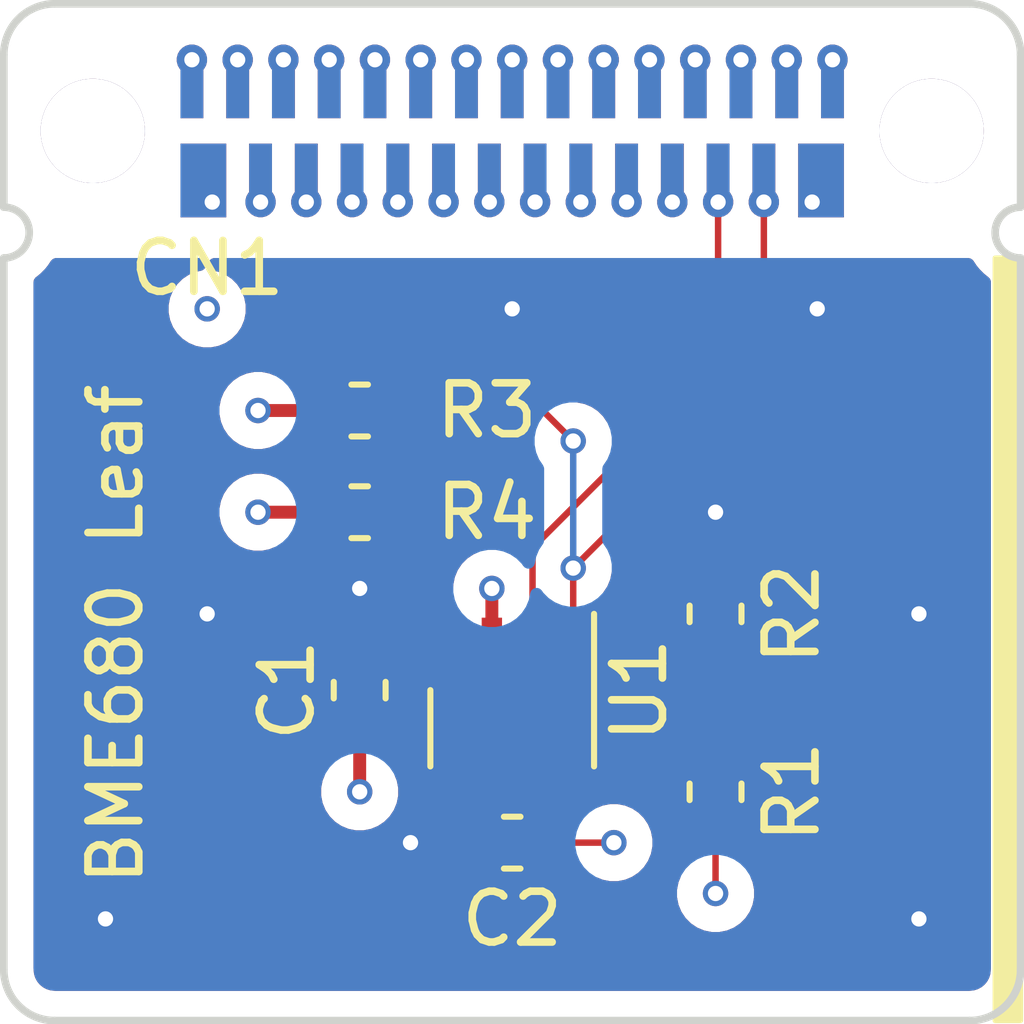
<source format=kicad_pcb>
(kicad_pcb (version 20171130) (host pcbnew "(5.1.2)-2")

  (general
    (thickness 0.8)
    (drawings 20)
    (tracks 88)
    (zones 0)
    (modules 8)
    (nets 31)
  )

  (page A3)
  (layers
    (0 F.Cu signal)
    (1 In1.Cu signal)
    (2 In2.Cu signal)
    (31 B.Cu signal)
    (32 B.Adhes user)
    (33 F.Adhes user)
    (34 B.Paste user)
    (35 F.Paste user)
    (36 B.SilkS user)
    (37 F.SilkS user)
    (38 B.Mask user)
    (39 F.Mask user)
    (40 Dwgs.User user)
    (41 Cmts.User user)
    (42 Eco1.User user)
    (43 Eco2.User user)
    (44 Edge.Cuts user)
    (45 Margin user)
    (46 B.CrtYd user)
    (47 F.CrtYd user)
    (48 B.Fab user)
    (49 F.Fab user)
  )

  (setup
    (last_trace_width 0.254)
    (user_trace_width 0.127)
    (user_trace_width 0.254)
    (user_trace_width 0.508)
    (trace_clearance 0.127)
    (zone_clearance 0.508)
    (zone_45_only no)
    (trace_min 0.127)
    (via_size 0.5)
    (via_drill 0.3)
    (via_min_size 0.5)
    (via_min_drill 0.3)
    (user_via 0.5 0.3)
    (user_via 0.6 0.3)
    (uvia_size 0.3)
    (uvia_drill 0.1)
    (uvias_allowed no)
    (uvia_min_size 0.2)
    (uvia_min_drill 0.1)
    (edge_width 0.15)
    (segment_width 0.2)
    (pcb_text_width 0.3)
    (pcb_text_size 1.5 1.5)
    (mod_edge_width 0.15)
    (mod_text_size 1 1)
    (mod_text_width 0.15)
    (pad_size 2.05 2.05)
    (pad_drill 2.05)
    (pad_to_mask_clearance 0.1)
    (aux_axis_origin 0 0)
    (grid_origin 25 25)
    (visible_elements 7FFDFF7F)
    (pcbplotparams
      (layerselection 0x010fc_ffffffff)
      (usegerberextensions true)
      (usegerberattributes false)
      (usegerberadvancedattributes false)
      (creategerberjobfile false)
      (excludeedgelayer true)
      (linewidth 0.150000)
      (plotframeref false)
      (viasonmask false)
      (mode 1)
      (useauxorigin true)
      (hpglpennumber 1)
      (hpglpenspeed 20)
      (hpglpendiameter 15.000000)
      (psnegative false)
      (psa4output false)
      (plotreference true)
      (plotvalue true)
      (plotinvisibletext false)
      (padsonsilk false)
      (subtractmaskfromsilk true)
      (outputformat 1)
      (mirror false)
      (drillshape 0)
      (scaleselection 1)
      (outputdirectory "Gerber"))
  )

  (net 0 "")
  (net 1 /SWDIO)
  (net 2 /VBUS)
  (net 3 /AREF)
  (net 4 /A0)
  (net 5 /A1)
  (net 6 /A2)
  (net 7 /A3)
  (net 8 /A4)
  (net 9 /A5)
  (net 10 /D0)
  (net 11 /D1)
  (net 12 /D2)
  (net 13 /D3)
  (net 14 /D4)
  (net 15 /D5)
  (net 16 /RESET)
  (net 17 /D6)
  (net 18 /D7)
  (net 19 /D8)
  (net 20 /D9)
  (net 21 /D10)
  (net 22 /D11)
  (net 23 /D12)
  (net 24 /D13)
  (net 25 /SDA)
  (net 26 /SCK)
  (net 27 /SWCLK)
  (net 28 GND)
  (net 29 +3V3)
  (net 30 "Net-(R1-Pad2)")

  (net_class Default "This is the default net class."
    (clearance 0.127)
    (trace_width 0.127)
    (via_dia 0.5)
    (via_drill 0.3)
    (uvia_dia 0.3)
    (uvia_drill 0.1)
    (add_net +3V3)
    (add_net /A0)
    (add_net /A1)
    (add_net /A2)
    (add_net /A3)
    (add_net /A4)
    (add_net /A5)
    (add_net /AREF)
    (add_net /D0)
    (add_net /D1)
    (add_net /D10)
    (add_net /D11)
    (add_net /D12)
    (add_net /D13)
    (add_net /D2)
    (add_net /D3)
    (add_net /D4)
    (add_net /D5)
    (add_net /D6)
    (add_net /D7)
    (add_net /D8)
    (add_net /D9)
    (add_net /RESET)
    (add_net /SCK)
    (add_net /SDA)
    (add_net /SWCLK)
    (add_net /SWDIO)
    (add_net /VBUS)
    (add_net GND)
    (add_net "Net-(R1-Pad2)")
  )

  (module Package_LGA:Bosch_LGA-8_3x3mm_P0.8mm_ClockwisePinNumbering (layer F.Cu) (tedit 5AE483CF) (tstamp 5E05E8BA)
    (at 35 38.5)
    (descr "Bosch  LGA, 8 Pin (https://ae-bst.resource.bosch.com/media/_tech/media/datasheets/BST-BME680-DS001-00.pdf#page=44), generated with kicad-footprint-generator ipc_lga_layoutBorder_generator.py")
    (tags "Bosch LGA LGA")
    (path /5E063F08)
    (attr smd)
    (fp_text reference U1 (at 2.5 0 90) (layer F.SilkS)
      (effects (font (size 1 1) (thickness 0.15)))
    )
    (fp_text value BME680 (at 0 2.45) (layer F.Fab)
      (effects (font (size 1 1) (thickness 0.15)))
    )
    (fp_text user %R (at 0 0) (layer F.Fab)
      (effects (font (size 0.75 0.75) (thickness 0.11)))
    )
    (fp_line (start 1.75 -1.75) (end -1.75 -1.75) (layer F.CrtYd) (width 0.05))
    (fp_line (start 1.75 1.75) (end 1.75 -1.75) (layer F.CrtYd) (width 0.05))
    (fp_line (start -1.75 1.75) (end 1.75 1.75) (layer F.CrtYd) (width 0.05))
    (fp_line (start -1.75 -1.75) (end -1.75 1.75) (layer F.CrtYd) (width 0.05))
    (fp_line (start -1.5 -0.75) (end -0.75 -1.5) (layer F.Fab) (width 0.1))
    (fp_line (start -1.5 1.5) (end -1.5 -0.75) (layer F.Fab) (width 0.1))
    (fp_line (start 1.5 1.5) (end -1.5 1.5) (layer F.Fab) (width 0.1))
    (fp_line (start 1.5 -1.5) (end 1.5 1.5) (layer F.Fab) (width 0.1))
    (fp_line (start -0.75 -1.5) (end 1.5 -1.5) (layer F.Fab) (width 0.1))
    (fp_line (start 1.61 -1.5) (end 1.61 1.5) (layer F.SilkS) (width 0.12))
    (fp_line (start -1.61 0) (end -1.61 1.5) (layer F.SilkS) (width 0.12))
    (pad 8 smd rect (at -1.2 1.15) (size 0.4 0.55) (layers F.Cu F.Paste F.Mask)
      (net 29 +3V3))
    (pad 7 smd rect (at -0.4 1.15) (size 0.4 0.55) (layers F.Cu F.Paste F.Mask)
      (net 28 GND))
    (pad 6 smd rect (at 0.4 1.15) (size 0.4 0.55) (layers F.Cu F.Paste F.Mask)
      (net 29 +3V3))
    (pad 5 smd rect (at 1.2 1.15) (size 0.4 0.55) (layers F.Cu F.Paste F.Mask)
      (net 30 "Net-(R1-Pad2)"))
    (pad 4 smd rect (at 1.2 -1.15) (size 0.4 0.55) (layers F.Cu F.Paste F.Mask)
      (net 26 /SCK))
    (pad 3 smd rect (at 0.4 -1.15) (size 0.4 0.55) (layers F.Cu F.Paste F.Mask)
      (net 25 /SDA))
    (pad 2 smd rect (at -0.4 -1.15) (size 0.4 0.55) (layers F.Cu F.Paste F.Mask)
      (net 29 +3V3))
    (pad 1 smd rect (at -1.2 -1.15) (size 0.4 0.55) (layers F.Cu F.Paste F.Mask)
      (net 28 GND))
    (model ${KISYS3DMOD}/Package_LGA.3dshapes/Bosch_LGA-8_3x3mm_P0.8mm_ClockwisePinNumbering.wrl
      (at (xyz 0 0 0))
      (scale (xyz 1 1 1))
      (rotate (xyz 0 0 0))
    )
  )

  (module Resistor_SMD:R_0603_1608Metric (layer F.Cu) (tedit 5B301BBD) (tstamp 5E05E8D7)
    (at 32 35)
    (descr "Resistor SMD 0603 (1608 Metric), square (rectangular) end terminal, IPC_7351 nominal, (Body size source: http://www.tortai-tech.com/upload/download/2011102023233369053.pdf), generated with kicad-footprint-generator")
    (tags resistor)
    (path /5E06C298)
    (attr smd)
    (fp_text reference R4 (at 2.5 0) (layer F.SilkS)
      (effects (font (size 1 1) (thickness 0.15)))
    )
    (fp_text value NC (at 0 1.43) (layer F.Fab)
      (effects (font (size 1 1) (thickness 0.15)))
    )
    (fp_text user %R (at 0 0) (layer F.Fab)
      (effects (font (size 0.4 0.4) (thickness 0.06)))
    )
    (fp_line (start 1.48 0.73) (end -1.48 0.73) (layer F.CrtYd) (width 0.05))
    (fp_line (start 1.48 -0.73) (end 1.48 0.73) (layer F.CrtYd) (width 0.05))
    (fp_line (start -1.48 -0.73) (end 1.48 -0.73) (layer F.CrtYd) (width 0.05))
    (fp_line (start -1.48 0.73) (end -1.48 -0.73) (layer F.CrtYd) (width 0.05))
    (fp_line (start -0.162779 0.51) (end 0.162779 0.51) (layer F.SilkS) (width 0.12))
    (fp_line (start -0.162779 -0.51) (end 0.162779 -0.51) (layer F.SilkS) (width 0.12))
    (fp_line (start 0.8 0.4) (end -0.8 0.4) (layer F.Fab) (width 0.1))
    (fp_line (start 0.8 -0.4) (end 0.8 0.4) (layer F.Fab) (width 0.1))
    (fp_line (start -0.8 -0.4) (end 0.8 -0.4) (layer F.Fab) (width 0.1))
    (fp_line (start -0.8 0.4) (end -0.8 -0.4) (layer F.Fab) (width 0.1))
    (pad 2 smd roundrect (at 0.7875 0) (size 0.875 0.95) (layers F.Cu F.Paste F.Mask) (roundrect_rratio 0.25)
      (net 25 /SDA))
    (pad 1 smd roundrect (at -0.7875 0) (size 0.875 0.95) (layers F.Cu F.Paste F.Mask) (roundrect_rratio 0.25)
      (net 29 +3V3))
    (model ${KISYS3DMOD}/Resistor_SMD.3dshapes/R_0603_1608Metric.wrl
      (at (xyz 0 0 0))
      (scale (xyz 1 1 1))
      (rotate (xyz 0 0 0))
    )
  )

  (module Resistor_SMD:R_0603_1608Metric (layer F.Cu) (tedit 5B301BBD) (tstamp 5E05E8C6)
    (at 32 33)
    (descr "Resistor SMD 0603 (1608 Metric), square (rectangular) end terminal, IPC_7351 nominal, (Body size source: http://www.tortai-tech.com/upload/download/2011102023233369053.pdf), generated with kicad-footprint-generator")
    (tags resistor)
    (path /5E0662E9)
    (attr smd)
    (fp_text reference R3 (at 2.5 0) (layer F.SilkS)
      (effects (font (size 1 1) (thickness 0.15)))
    )
    (fp_text value NC (at 0 1.43) (layer F.Fab)
      (effects (font (size 1 1) (thickness 0.15)))
    )
    (fp_text user %R (at 0 0) (layer F.Fab)
      (effects (font (size 0.4 0.4) (thickness 0.06)))
    )
    (fp_line (start 1.48 0.73) (end -1.48 0.73) (layer F.CrtYd) (width 0.05))
    (fp_line (start 1.48 -0.73) (end 1.48 0.73) (layer F.CrtYd) (width 0.05))
    (fp_line (start -1.48 -0.73) (end 1.48 -0.73) (layer F.CrtYd) (width 0.05))
    (fp_line (start -1.48 0.73) (end -1.48 -0.73) (layer F.CrtYd) (width 0.05))
    (fp_line (start -0.162779 0.51) (end 0.162779 0.51) (layer F.SilkS) (width 0.12))
    (fp_line (start -0.162779 -0.51) (end 0.162779 -0.51) (layer F.SilkS) (width 0.12))
    (fp_line (start 0.8 0.4) (end -0.8 0.4) (layer F.Fab) (width 0.1))
    (fp_line (start 0.8 -0.4) (end 0.8 0.4) (layer F.Fab) (width 0.1))
    (fp_line (start -0.8 -0.4) (end 0.8 -0.4) (layer F.Fab) (width 0.1))
    (fp_line (start -0.8 0.4) (end -0.8 -0.4) (layer F.Fab) (width 0.1))
    (pad 2 smd roundrect (at 0.7875 0) (size 0.875 0.95) (layers F.Cu F.Paste F.Mask) (roundrect_rratio 0.25)
      (net 26 /SCK))
    (pad 1 smd roundrect (at -0.7875 0) (size 0.875 0.95) (layers F.Cu F.Paste F.Mask) (roundrect_rratio 0.25)
      (net 29 +3V3))
    (model ${KISYS3DMOD}/Resistor_SMD.3dshapes/R_0603_1608Metric.wrl
      (at (xyz 0 0 0))
      (scale (xyz 1 1 1))
      (rotate (xyz 0 0 0))
    )
  )

  (module Resistor_SMD:R_0603_1608Metric (layer F.Cu) (tedit 5B301BBD) (tstamp 5E05E8B5)
    (at 39 37 90)
    (descr "Resistor SMD 0603 (1608 Metric), square (rectangular) end terminal, IPC_7351 nominal, (Body size source: http://www.tortai-tech.com/upload/download/2011102023233369053.pdf), generated with kicad-footprint-generator")
    (tags resistor)
    (path /5E0722FC)
    (attr smd)
    (fp_text reference R2 (at 0 1.5 90) (layer F.SilkS)
      (effects (font (size 1 1) (thickness 0.15)))
    )
    (fp_text value 0R (at 0 1.43 90) (layer F.Fab)
      (effects (font (size 1 1) (thickness 0.15)))
    )
    (fp_text user %R (at 0 0 90) (layer F.Fab)
      (effects (font (size 0.4 0.4) (thickness 0.06)))
    )
    (fp_line (start 1.48 0.73) (end -1.48 0.73) (layer F.CrtYd) (width 0.05))
    (fp_line (start 1.48 -0.73) (end 1.48 0.73) (layer F.CrtYd) (width 0.05))
    (fp_line (start -1.48 -0.73) (end 1.48 -0.73) (layer F.CrtYd) (width 0.05))
    (fp_line (start -1.48 0.73) (end -1.48 -0.73) (layer F.CrtYd) (width 0.05))
    (fp_line (start -0.162779 0.51) (end 0.162779 0.51) (layer F.SilkS) (width 0.12))
    (fp_line (start -0.162779 -0.51) (end 0.162779 -0.51) (layer F.SilkS) (width 0.12))
    (fp_line (start 0.8 0.4) (end -0.8 0.4) (layer F.Fab) (width 0.1))
    (fp_line (start 0.8 -0.4) (end 0.8 0.4) (layer F.Fab) (width 0.1))
    (fp_line (start -0.8 -0.4) (end 0.8 -0.4) (layer F.Fab) (width 0.1))
    (fp_line (start -0.8 0.4) (end -0.8 -0.4) (layer F.Fab) (width 0.1))
    (pad 2 smd roundrect (at 0.7875 0 90) (size 0.875 0.95) (layers F.Cu F.Paste F.Mask) (roundrect_rratio 0.25)
      (net 28 GND))
    (pad 1 smd roundrect (at -0.7875 0 90) (size 0.875 0.95) (layers F.Cu F.Paste F.Mask) (roundrect_rratio 0.25)
      (net 30 "Net-(R1-Pad2)"))
    (model ${KISYS3DMOD}/Resistor_SMD.3dshapes/R_0603_1608Metric.wrl
      (at (xyz 0 0 0))
      (scale (xyz 1 1 1))
      (rotate (xyz 0 0 0))
    )
  )

  (module Resistor_SMD:R_0603_1608Metric (layer F.Cu) (tedit 5B301BBD) (tstamp 5E05E8A4)
    (at 39 40.5 90)
    (descr "Resistor SMD 0603 (1608 Metric), square (rectangular) end terminal, IPC_7351 nominal, (Body size source: http://www.tortai-tech.com/upload/download/2011102023233369053.pdf), generated with kicad-footprint-generator")
    (tags resistor)
    (path /5E064B99)
    (attr smd)
    (fp_text reference R1 (at 0 1.5 90) (layer F.SilkS)
      (effects (font (size 1 1) (thickness 0.15)))
    )
    (fp_text value NC (at 0 1.43 90) (layer F.Fab)
      (effects (font (size 1 1) (thickness 0.15)))
    )
    (fp_text user %R (at 0 0 90) (layer F.Fab)
      (effects (font (size 0.4 0.4) (thickness 0.06)))
    )
    (fp_line (start 1.48 0.73) (end -1.48 0.73) (layer F.CrtYd) (width 0.05))
    (fp_line (start 1.48 -0.73) (end 1.48 0.73) (layer F.CrtYd) (width 0.05))
    (fp_line (start -1.48 -0.73) (end 1.48 -0.73) (layer F.CrtYd) (width 0.05))
    (fp_line (start -1.48 0.73) (end -1.48 -0.73) (layer F.CrtYd) (width 0.05))
    (fp_line (start -0.162779 0.51) (end 0.162779 0.51) (layer F.SilkS) (width 0.12))
    (fp_line (start -0.162779 -0.51) (end 0.162779 -0.51) (layer F.SilkS) (width 0.12))
    (fp_line (start 0.8 0.4) (end -0.8 0.4) (layer F.Fab) (width 0.1))
    (fp_line (start 0.8 -0.4) (end 0.8 0.4) (layer F.Fab) (width 0.1))
    (fp_line (start -0.8 -0.4) (end 0.8 -0.4) (layer F.Fab) (width 0.1))
    (fp_line (start -0.8 0.4) (end -0.8 -0.4) (layer F.Fab) (width 0.1))
    (pad 2 smd roundrect (at 0.7875 0 90) (size 0.875 0.95) (layers F.Cu F.Paste F.Mask) (roundrect_rratio 0.25)
      (net 30 "Net-(R1-Pad2)"))
    (pad 1 smd roundrect (at -0.7875 0 90) (size 0.875 0.95) (layers F.Cu F.Paste F.Mask) (roundrect_rratio 0.25)
      (net 29 +3V3))
    (model ${KISYS3DMOD}/Resistor_SMD.3dshapes/R_0603_1608Metric.wrl
      (at (xyz 0 0 0))
      (scale (xyz 1 1 1))
      (rotate (xyz 0 0 0))
    )
  )

  (module Capacitor_SMD:C_0603_1608Metric (layer F.Cu) (tedit 5B301BBE) (tstamp 5E05E815)
    (at 35 41.5)
    (descr "Capacitor SMD 0603 (1608 Metric), square (rectangular) end terminal, IPC_7351 nominal, (Body size source: http://www.tortai-tech.com/upload/download/2011102023233369053.pdf), generated with kicad-footprint-generator")
    (tags capacitor)
    (path /5E09D6A1)
    (attr smd)
    (fp_text reference C2 (at 0 1.5) (layer F.SilkS)
      (effects (font (size 1 1) (thickness 0.15)))
    )
    (fp_text value 100n (at 0 1.43) (layer F.Fab)
      (effects (font (size 1 1) (thickness 0.15)))
    )
    (fp_text user %R (at 0 0) (layer F.Fab)
      (effects (font (size 0.4 0.4) (thickness 0.06)))
    )
    (fp_line (start 1.48 0.73) (end -1.48 0.73) (layer F.CrtYd) (width 0.05))
    (fp_line (start 1.48 -0.73) (end 1.48 0.73) (layer F.CrtYd) (width 0.05))
    (fp_line (start -1.48 -0.73) (end 1.48 -0.73) (layer F.CrtYd) (width 0.05))
    (fp_line (start -1.48 0.73) (end -1.48 -0.73) (layer F.CrtYd) (width 0.05))
    (fp_line (start -0.162779 0.51) (end 0.162779 0.51) (layer F.SilkS) (width 0.12))
    (fp_line (start -0.162779 -0.51) (end 0.162779 -0.51) (layer F.SilkS) (width 0.12))
    (fp_line (start 0.8 0.4) (end -0.8 0.4) (layer F.Fab) (width 0.1))
    (fp_line (start 0.8 -0.4) (end 0.8 0.4) (layer F.Fab) (width 0.1))
    (fp_line (start -0.8 -0.4) (end 0.8 -0.4) (layer F.Fab) (width 0.1))
    (fp_line (start -0.8 0.4) (end -0.8 -0.4) (layer F.Fab) (width 0.1))
    (pad 2 smd roundrect (at 0.7875 0) (size 0.875 0.95) (layers F.Cu F.Paste F.Mask) (roundrect_rratio 0.25)
      (net 29 +3V3))
    (pad 1 smd roundrect (at -0.7875 0) (size 0.875 0.95) (layers F.Cu F.Paste F.Mask) (roundrect_rratio 0.25)
      (net 28 GND))
    (model ${KISYS3DMOD}/Capacitor_SMD.3dshapes/C_0603_1608Metric.wrl
      (at (xyz 0 0 0))
      (scale (xyz 1 1 1))
      (rotate (xyz 0 0 0))
    )
  )

  (module Capacitor_SMD:C_0603_1608Metric (layer F.Cu) (tedit 5B301BBE) (tstamp 5E05E804)
    (at 32 38.5 90)
    (descr "Capacitor SMD 0603 (1608 Metric), square (rectangular) end terminal, IPC_7351 nominal, (Body size source: http://www.tortai-tech.com/upload/download/2011102023233369053.pdf), generated with kicad-footprint-generator")
    (tags capacitor)
    (path /5E09E92E)
    (attr smd)
    (fp_text reference C1 (at 0 -1.43 90) (layer F.SilkS)
      (effects (font (size 1 1) (thickness 0.15)))
    )
    (fp_text value 100n (at 0 1.43 90) (layer F.Fab)
      (effects (font (size 1 1) (thickness 0.15)))
    )
    (fp_text user %R (at 0 0 90) (layer F.Fab)
      (effects (font (size 0.4 0.4) (thickness 0.06)))
    )
    (fp_line (start 1.48 0.73) (end -1.48 0.73) (layer F.CrtYd) (width 0.05))
    (fp_line (start 1.48 -0.73) (end 1.48 0.73) (layer F.CrtYd) (width 0.05))
    (fp_line (start -1.48 -0.73) (end 1.48 -0.73) (layer F.CrtYd) (width 0.05))
    (fp_line (start -1.48 0.73) (end -1.48 -0.73) (layer F.CrtYd) (width 0.05))
    (fp_line (start -0.162779 0.51) (end 0.162779 0.51) (layer F.SilkS) (width 0.12))
    (fp_line (start -0.162779 -0.51) (end 0.162779 -0.51) (layer F.SilkS) (width 0.12))
    (fp_line (start 0.8 0.4) (end -0.8 0.4) (layer F.Fab) (width 0.1))
    (fp_line (start 0.8 -0.4) (end 0.8 0.4) (layer F.Fab) (width 0.1))
    (fp_line (start -0.8 -0.4) (end 0.8 -0.4) (layer F.Fab) (width 0.1))
    (fp_line (start -0.8 0.4) (end -0.8 -0.4) (layer F.Fab) (width 0.1))
    (pad 2 smd roundrect (at 0.7875 0 90) (size 0.875 0.95) (layers F.Cu F.Paste F.Mask) (roundrect_rratio 0.25)
      (net 28 GND))
    (pad 1 smd roundrect (at -0.7875 0 90) (size 0.875 0.95) (layers F.Cu F.Paste F.Mask) (roundrect_rratio 0.25)
      (net 29 +3V3))
    (model ${KISYS3DMOD}/Capacitor_SMD.3dshapes/C_0603_1608Metric.wrl
      (at (xyz 0 0 0))
      (scale (xyz 1 1 1))
      (rotate (xyz 0 0 0))
    )
  )

  (module Leafony:CN_F29_B29 (layer F.Cu) (tedit 5DF0B74E) (tstamp 5DF174A9)
    (at 28.925 28.475)
    (path /5DCC5A60)
    (fp_text reference CN1 (at 0.075 1.725) (layer F.SilkS)
      (effects (font (size 1 1) (thickness 0.15)))
    )
    (fp_text value LeafIF (at 0 1.625) (layer F.Fab)
      (effects (font (size 1 1) (thickness 0.15)))
    )
    (pad F27 smd rect (at 12.15 0) (size 0.9 1.45) (layers F.Cu F.Mask)
      (net 28 GND))
    (pad F1 smd rect (at 0 0) (size 0.9 1.45) (layers F.Cu F.Mask)
      (net 29 +3V3))
    (pad "" thru_hole circle (at -2.175 -0.975) (size 2.05 2.05) (drill 2.05) (layers *.Cu *.Mask)
      (solder_mask_margin 0.27))
    (pad "" thru_hole circle (at 14.325 -0.975) (size 2.05 2.05) (drill 2.05) (layers *.Cu *.Mask)
      (solder_mask_margin 0.27))
    (pad F2 smd custom (at -0.225 -1.8) (size 0.45 1.15) (layers F.Cu F.Mask)
      (net 1 /SWDIO) (zone_connect 0)
      (options (clearance outline) (anchor rect))
      (primitives
        (gr_circle (center 0 -0.575) (end 0.3 -0.575) (width 0))
      ))
    (pad F3 smd custom (at 1.125 -0.15 180) (size 0.45 1.15) (layers F.Cu F.Mask)
      (net 2 /VBUS) (zone_connect 0)
      (options (clearance outline) (anchor rect))
      (primitives
        (gr_circle (center 0 -0.575) (end 0.3 -0.575) (width 0))
      ))
    (pad F4 smd custom (at 0.675 -1.8) (size 0.45 1.15) (layers F.Cu F.Mask)
      (net 3 /AREF) (zone_connect 0)
      (options (clearance outline) (anchor rect))
      (primitives
        (gr_circle (center 0 -0.575) (end 0.3 -0.575) (width 0))
      ))
    (pad B6 smd custom (at 1.575 -1.8) (size 0.45 1.15) (layers B.Cu B.Mask)
      (net 4 /A0) (zone_connect 0)
      (options (clearance outline) (anchor rect))
      (primitives
        (gr_circle (center 0 -0.575) (end 0.3 -0.575) (width 0))
      ))
    (pad F8 smd custom (at 2.475 -1.8) (size 0.45 1.15) (layers F.Cu F.Mask)
      (net 5 /A1) (zone_connect 0)
      (options (clearance outline) (anchor rect))
      (primitives
        (gr_circle (center 0 -0.575) (end 0.3 -0.575) (width 0))
      ))
    (pad F10 smd custom (at 3.375 -1.8) (size 0.45 1.15) (layers F.Cu F.Mask)
      (net 6 /A2) (zone_connect 0)
      (options (clearance outline) (anchor rect))
      (primitives
        (gr_circle (center 0 -0.575) (end 0.3 -0.575) (width 0))
      ))
    (pad F12 smd custom (at 4.275 -1.8) (size 0.45 1.15) (layers F.Cu F.Mask)
      (net 7 /A3) (zone_connect 0)
      (options (clearance outline) (anchor rect))
      (primitives
        (gr_circle (center 0 -0.575) (end 0.3 -0.575) (width 0))
      ))
    (pad F14 smd custom (at 5.175 -1.8) (size 0.45 1.15) (layers F.Cu F.Mask)
      (net 8 /A4) (zone_connect 0)
      (options (clearance outline) (anchor rect))
      (primitives
        (gr_circle (center 0 -0.575) (end 0.3 -0.575) (width 0))
      ))
    (pad F16 smd custom (at 6.075 -1.8) (size 0.45 1.15) (layers F.Cu F.Mask)
      (net 9 /A5) (zone_connect 0)
      (options (clearance outline) (anchor rect))
      (primitives
        (gr_circle (center 0 -0.575) (end 0.3 -0.575) (width 0))
      ))
    (pad F18 smd custom (at 6.975 -1.8) (size 0.45 1.15) (layers F.Cu F.Mask)
      (net 10 /D0) (zone_connect 0)
      (options (clearance outline) (anchor rect))
      (primitives
        (gr_circle (center 0 -0.575) (end 0.3 -0.575) (width 0))
      ))
    (pad F20 smd custom (at 7.875 -1.8) (size 0.45 1.15) (layers F.Cu F.Mask)
      (net 11 /D1) (zone_connect 0)
      (options (clearance outline) (anchor rect))
      (primitives
        (gr_circle (center 0 -0.575) (end 0.3 -0.575) (width 0))
      ))
    (pad F22 smd custom (at 8.775 -1.8) (size 0.45 1.15) (layers F.Cu F.Mask)
      (net 12 /D2) (zone_connect 0)
      (options (clearance outline) (anchor rect))
      (primitives
        (gr_circle (center 0 -0.575) (end 0.3 -0.575) (width 0))
      ))
    (pad F24 smd custom (at 9.675 -1.8) (size 0.45 1.15) (layers F.Cu F.Mask)
      (net 13 /D3) (zone_connect 0)
      (options (clearance outline) (anchor rect))
      (primitives
        (gr_circle (center 0 -0.575) (end 0.3 -0.575) (width 0))
      ))
    (pad F26 smd custom (at 10.575 -1.8) (size 0.45 1.15) (layers F.Cu F.Mask)
      (net 14 /D4) (zone_connect 0)
      (options (clearance outline) (anchor rect))
      (primitives
        (gr_circle (center 0 -0.575) (end 0.3 -0.575) (width 0))
      ))
    (pad F28 smd custom (at 11.475 -1.8) (size 0.45 1.15) (layers F.Cu F.Mask)
      (net 15 /D5) (zone_connect 0)
      (options (clearance outline) (anchor rect))
      (primitives
        (gr_circle (center 0 -0.575) (end 0.3 -0.575) (width 0))
      ))
    (pad F29 smd custom (at 12.375 -1.8) (size 0.45 1.15) (layers F.Cu F.Mask)
      (net 27 /SWCLK) (zone_connect 0)
      (options (clearance outline) (anchor rect))
      (primitives
        (gr_circle (center 0 -0.575) (end 0.3 -0.575) (width 0))
      ))
    (pad F5 smd custom (at 2.025 -0.15 180) (size 0.45 1.15) (layers F.Cu F.Mask)
      (net 16 /RESET) (zone_connect 0)
      (options (clearance outline) (anchor rect))
      (primitives
        (gr_circle (center 0 -0.575) (end 0.3 -0.575) (width 0))
      ))
    (pad F7 smd custom (at 2.925 -0.15 180) (size 0.45 1.15) (layers F.Cu F.Mask)
      (net 17 /D6) (zone_connect 0)
      (options (clearance outline) (anchor rect))
      (primitives
        (gr_circle (center 0 -0.575) (end 0.3 -0.575) (width 0))
      ))
    (pad F9 smd custom (at 3.825 -0.15 180) (size 0.45 1.15) (layers F.Cu F.Mask)
      (net 18 /D7) (zone_connect 0)
      (options (clearance outline) (anchor rect))
      (primitives
        (gr_circle (center 0 -0.575) (end 0.3 -0.575) (width 0))
      ))
    (pad F11 smd custom (at 4.725 -0.15 180) (size 0.45 1.15) (layers F.Cu F.Mask)
      (net 19 /D8) (zone_connect 0)
      (options (clearance outline) (anchor rect))
      (primitives
        (gr_circle (center 0 -0.575) (end 0.3 -0.575) (width 0))
      ))
    (pad F13 smd custom (at 5.625 -0.15 180) (size 0.45 1.15) (layers F.Cu F.Mask)
      (net 20 /D9) (zone_connect 0)
      (options (clearance outline) (anchor rect))
      (primitives
        (gr_circle (center 0 -0.575) (end 0.3 -0.575) (width 0))
      ))
    (pad F15 smd custom (at 6.525 -0.15 180) (size 0.45 1.15) (layers F.Cu F.Mask)
      (net 21 /D10) (zone_connect 0)
      (options (clearance outline) (anchor rect))
      (primitives
        (gr_circle (center 0 -0.575) (end 0.3 -0.575) (width 0))
      ))
    (pad F17 smd custom (at 7.425 -0.15 180) (size 0.45 1.15) (layers F.Cu F.Mask)
      (net 22 /D11) (zone_connect 0)
      (options (clearance outline) (anchor rect))
      (primitives
        (gr_circle (center 0 -0.575) (end 0.3 -0.575) (width 0))
      ))
    (pad F19 smd custom (at 8.325 -0.15 180) (size 0.45 1.15) (layers F.Cu F.Mask)
      (net 23 /D12) (zone_connect 0)
      (options (clearance outline) (anchor rect))
      (primitives
        (gr_circle (center 0 -0.575) (end 0.3 -0.575) (width 0))
      ))
    (pad F21 smd custom (at 9.225 -0.15 180) (size 0.45 1.15) (layers F.Cu F.Mask)
      (net 24 /D13) (zone_connect 0)
      (options (clearance outline) (anchor rect))
      (primitives
        (gr_circle (center 0 -0.575) (end 0.3 -0.575) (width 0))
      ))
    (pad F23 smd custom (at 10.125 -0.15 180) (size 0.45 1.15) (layers F.Cu F.Mask)
      (net 25 /SDA) (zone_connect 0)
      (options (clearance outline) (anchor rect))
      (primitives
        (gr_circle (center 0 -0.575) (end 0.3 -0.575) (width 0))
      ))
    (pad F25 smd custom (at 11.025 -0.15 180) (size 0.45 1.15) (layers F.Cu F.Mask)
      (net 26 /SCK) (zone_connect 0)
      (options (clearance outline) (anchor rect))
      (primitives
        (gr_circle (center 0 -0.575) (end 0.3 -0.575) (width 0))
      ))
    (pad B27 smd rect (at 12.15 0) (size 0.9 1.45) (layers B.Cu B.Mask)
      (net 28 GND))
    (pad B25 smd custom (at 11.025 -0.15 180) (size 0.45 1.15) (layers B.Cu B.Mask)
      (net 26 /SCK) (zone_connect 0)
      (options (clearance outline) (anchor rect))
      (primitives
        (gr_circle (center 0 -0.575) (end 0.3 -0.575) (width 0))
      ))
    (pad B23 smd custom (at 10.125 -0.15 180) (size 0.45 1.15) (layers B.Cu B.Mask)
      (net 25 /SDA) (zone_connect 0)
      (options (clearance outline) (anchor rect))
      (primitives
        (gr_circle (center 0 -0.575) (end 0.3 -0.575) (width 0))
      ))
    (pad B21 smd custom (at 9.225 -0.15 180) (size 0.45 1.15) (layers B.Cu B.Mask)
      (net 24 /D13) (zone_connect 0)
      (options (clearance outline) (anchor rect))
      (primitives
        (gr_circle (center 0 -0.575) (end 0.3 -0.575) (width 0))
      ))
    (pad B19 smd custom (at 8.325 -0.15 180) (size 0.45 1.15) (layers B.Cu B.Mask)
      (net 23 /D12) (zone_connect 0)
      (options (clearance outline) (anchor rect))
      (primitives
        (gr_circle (center 0 -0.575) (end 0.3 -0.575) (width 0))
      ))
    (pad B17 smd custom (at 7.425 -0.15 180) (size 0.45 1.15) (layers B.Cu B.Mask)
      (net 22 /D11) (zone_connect 0)
      (options (clearance outline) (anchor rect))
      (primitives
        (gr_circle (center 0 -0.575) (end 0.3 -0.575) (width 0))
      ))
    (pad B15 smd custom (at 6.525 -0.15 180) (size 0.45 1.15) (layers B.Cu B.Mask)
      (net 21 /D10) (zone_connect 0)
      (options (clearance outline) (anchor rect))
      (primitives
        (gr_circle (center 0 -0.575) (end 0.3 -0.575) (width 0))
      ))
    (pad B13 smd custom (at 5.625 -0.15 180) (size 0.45 1.15) (layers B.Cu B.Mask)
      (net 20 /D9) (zone_connect 0)
      (options (clearance outline) (anchor rect))
      (primitives
        (gr_circle (center 0 -0.575) (end 0.3 -0.575) (width 0))
      ))
    (pad B11 smd custom (at 4.725 -0.15 180) (size 0.45 1.15) (layers B.Cu B.Mask)
      (net 19 /D8) (zone_connect 0)
      (options (clearance outline) (anchor rect))
      (primitives
        (gr_circle (center 0 -0.575) (end 0.3 -0.575) (width 0))
      ))
    (pad B9 smd custom (at 3.825 -0.15 180) (size 0.45 1.15) (layers B.Cu B.Mask)
      (net 18 /D7) (zone_connect 0)
      (options (clearance outline) (anchor rect))
      (primitives
        (gr_circle (center 0 -0.575) (end 0.3 -0.575) (width 0))
      ))
    (pad B7 smd custom (at 2.925 -0.15 180) (size 0.45 1.15) (layers B.Cu B.Mask)
      (net 17 /D6) (zone_connect 0)
      (options (clearance outline) (anchor rect))
      (primitives
        (gr_circle (center 0 -0.575) (end 0.3 -0.575) (width 0))
      ))
    (pad B5 smd custom (at 2.025 -0.15 180) (size 0.45 1.15) (layers B.Cu B.Mask)
      (net 16 /RESET) (zone_connect 0)
      (options (clearance outline) (anchor rect))
      (primitives
        (gr_circle (center 0 -0.575) (end 0.3 -0.575) (width 0))
      ))
    (pad B29 smd custom (at 12.375 -1.8) (size 0.45 1.15) (layers B.Cu B.Mask)
      (net 27 /SWCLK) (zone_connect 0)
      (options (clearance outline) (anchor rect))
      (primitives
        (gr_circle (center 0 -0.575) (end 0.3 -0.575) (width 0))
      ))
    (pad B28 smd custom (at 11.475 -1.8) (size 0.45 1.15) (layers B.Cu B.Mask)
      (net 15 /D5) (zone_connect 0)
      (options (clearance outline) (anchor rect))
      (primitives
        (gr_circle (center 0 -0.575) (end 0.3 -0.575) (width 0))
      ))
    (pad B26 smd custom (at 10.575 -1.8) (size 0.45 1.15) (layers B.Cu B.Mask)
      (net 14 /D4) (zone_connect 0)
      (options (clearance outline) (anchor rect))
      (primitives
        (gr_circle (center 0 -0.575) (end 0.3 -0.575) (width 0))
      ))
    (pad B24 smd custom (at 9.675 -1.8) (size 0.45 1.15) (layers B.Cu B.Mask)
      (net 13 /D3) (zone_connect 0)
      (options (clearance outline) (anchor rect))
      (primitives
        (gr_circle (center 0 -0.575) (end 0.3 -0.575) (width 0))
      ))
    (pad B22 smd custom (at 8.775 -1.8) (size 0.45 1.15) (layers B.Cu B.Mask)
      (net 12 /D2) (zone_connect 0)
      (options (clearance outline) (anchor rect))
      (primitives
        (gr_circle (center 0 -0.575) (end 0.3 -0.575) (width 0))
      ))
    (pad B20 smd custom (at 7.875 -1.8) (size 0.45 1.15) (layers B.Cu B.Mask)
      (net 11 /D1) (zone_connect 0)
      (options (clearance outline) (anchor rect))
      (primitives
        (gr_circle (center 0 -0.575) (end 0.3 -0.575) (width 0))
      ))
    (pad B18 smd custom (at 6.975 -1.8) (size 0.45 1.15) (layers B.Cu B.Mask)
      (net 10 /D0) (zone_connect 0)
      (options (clearance outline) (anchor rect))
      (primitives
        (gr_circle (center 0 -0.575) (end 0.3 -0.575) (width 0))
      ))
    (pad B16 smd custom (at 6.075 -1.8) (size 0.45 1.15) (layers B.Cu B.Mask)
      (net 9 /A5) (zone_connect 0)
      (options (clearance outline) (anchor rect))
      (primitives
        (gr_circle (center 0 -0.575) (end 0.3 -0.575) (width 0))
      ))
    (pad B14 smd custom (at 5.175 -1.8) (size 0.45 1.15) (layers B.Cu B.Mask)
      (net 8 /A4) (zone_connect 0)
      (options (clearance outline) (anchor rect))
      (primitives
        (gr_circle (center 0 -0.575) (end 0.3 -0.575) (width 0))
      ))
    (pad B12 smd custom (at 4.275 -1.8) (size 0.45 1.15) (layers B.Cu B.Mask)
      (net 7 /A3) (zone_connect 0)
      (options (clearance outline) (anchor rect))
      (primitives
        (gr_circle (center 0 -0.575) (end 0.3 -0.575) (width 0))
      ))
    (pad B10 smd custom (at 3.375 -1.8) (size 0.45 1.15) (layers B.Cu B.Mask)
      (net 6 /A2) (zone_connect 0)
      (options (clearance outline) (anchor rect))
      (primitives
        (gr_circle (center 0 -0.575) (end 0.3 -0.575) (width 0))
      ))
    (pad B8 smd custom (at 2.475 -1.8) (size 0.45 1.15) (layers B.Cu B.Mask)
      (net 5 /A1) (zone_connect 0)
      (options (clearance outline) (anchor rect))
      (primitives
        (gr_circle (center 0 -0.575) (end 0.3 -0.575) (width 0))
      ))
    (pad F6 smd custom (at 1.575 -1.8) (size 0.45 1.15) (layers F.Cu F.Mask)
      (net 4 /A0) (zone_connect 0)
      (options (clearance outline) (anchor rect))
      (primitives
        (gr_circle (center 0 -0.575) (end 0.3 -0.575) (width 0))
      ))
    (pad B4 smd custom (at 0.675 -1.8) (size 0.45 1.15) (layers B.Cu B.Mask)
      (net 3 /AREF) (zone_connect 0)
      (options (clearance outline) (anchor rect))
      (primitives
        (gr_circle (center 0 -0.575) (end 0.3 -0.575) (width 0))
      ))
    (pad B3 smd custom (at 1.125 -0.15 180) (size 0.45 1.15) (layers B.Cu B.Mask)
      (net 2 /VBUS) (zone_connect 0)
      (options (clearance outline) (anchor rect))
      (primitives
        (gr_circle (center 0 -0.575) (end 0.3 -0.575) (width 0))
      ))
    (pad B2 smd custom (at -0.225 -1.8) (size 0.45 1.15) (layers B.Cu B.Mask)
      (net 1 /SWDIO) (zone_connect 0)
      (options (clearance outline) (anchor rect))
      (primitives
        (gr_circle (center 0 -0.575) (end 0.3 -0.575) (width 0))
      ))
    (pad B1 smd rect (at 0 0) (size 0.9 1.45) (layers B.Cu B.Mask)
      (net 29 +3V3))
  )

  (gr_text "BME680 Leaf" (at 27.2 37.4 90) (layer F.SilkS)
    (effects (font (size 1 1) (thickness 0.15)))
  )
  (gr_poly (pts (xy 45 30) (xy 44.5 30) (xy 44.5 45) (xy 45 45)) (layer F.SilkS) (width 0.1))
  (gr_poly (pts (xy 41.95 26.3) (xy 43.25 26.3) (xy 43.25 28.7) (xy 41.95 28.7)) (layer B.Mask) (width 0.15) (tstamp 5C812436))
  (gr_poly (pts (xy 28.05 28.9) (xy 41.95 28.9) (xy 41.95 26) (xy 28.05 26)) (layer B.Mask) (width 0.15) (tstamp 5DCA0BF7))
  (gr_poly (pts (xy 26.75 26.3) (xy 28.05 26.3) (xy 28.05 28.7) (xy 26.75 28.7)) (layer B.Mask) (width 0.15) (tstamp 5C81232D))
  (gr_poly (pts (xy 41.95 26.3) (xy 43.25 26.3) (xy 43.25 28.7) (xy 41.95 28.7)) (layer F.Mask) (width 0.15) (tstamp 5C81205D))
  (gr_poly (pts (xy 26.75 26.3) (xy 28.05 26.3) (xy 28.05 28.7) (xy 26.75 28.7)) (layer F.Mask) (width 0.15))
  (gr_poly (pts (xy 28.05 28.9) (xy 41.95 28.9) (xy 41.95 26) (xy 28.05 26)) (layer F.Mask) (width 0.15) (tstamp 5C8122EA))
  (gr_line (start 44 45) (end 26 45) (layer Edge.Cuts) (width 0.15))
  (gr_line (start 45 30) (end 45 44) (layer Edge.Cuts) (width 0.15))
  (gr_line (start 45 26) (end 45 29) (layer Edge.Cuts) (width 0.15))
  (gr_line (start 25 30) (end 25 44) (layer Edge.Cuts) (width 0.15))
  (gr_line (start 25 26) (end 25 29) (layer Edge.Cuts) (width 0.15))
  (gr_line (start 26 25) (end 44 25) (layer Edge.Cuts) (width 0.15))
  (gr_arc (start 44 44) (end 44 45) (angle -90) (layer Edge.Cuts) (width 0.15))
  (gr_arc (start 26 44) (end 25 44) (angle -90) (layer Edge.Cuts) (width 0.15))
  (gr_arc (start 25 29.5) (end 25 30) (angle -180) (layer Edge.Cuts) (width 0.15))
  (gr_arc (start 45 29.5) (end 45 29) (angle -180) (layer Edge.Cuts) (width 0.15))
  (gr_arc (start 26 26) (end 26 25) (angle -90) (layer Edge.Cuts) (width 0.15))
  (gr_arc (start 44 26) (end 45 26) (angle -90) (layer Edge.Cuts) (width 0.15))

  (via (at 28.7 26.1) (size 0.5) (drill 0.3) (layers F.Cu B.Cu) (net 1))
  (via (at 30.05 28.9) (size 0.5) (drill 0.3) (layers F.Cu B.Cu) (net 2))
  (via (at 29.6 26.1) (size 0.5) (drill 0.3) (layers F.Cu B.Cu) (net 3))
  (via (at 30.5 26.1) (size 0.5) (drill 0.3) (layers F.Cu B.Cu) (net 4))
  (via (at 31.4 26.1) (size 0.5) (drill 0.3) (layers F.Cu B.Cu) (net 5))
  (via (at 32.3 26.1) (size 0.5) (drill 0.3) (layers F.Cu B.Cu) (net 6))
  (via (at 33.2 26.1) (size 0.5) (drill 0.3) (layers F.Cu B.Cu) (net 7))
  (via (at 34.1 26.1) (size 0.5) (drill 0.3) (layers F.Cu B.Cu) (net 8))
  (via (at 35 26.1) (size 0.5) (drill 0.3) (layers F.Cu B.Cu) (net 9))
  (via (at 35.9 26.1) (size 0.5) (drill 0.3) (layers F.Cu B.Cu) (net 10))
  (via (at 36.8 26.1) (size 0.5) (drill 0.3) (layers F.Cu B.Cu) (net 11))
  (via (at 37.7 26.1) (size 0.5) (drill 0.3) (layers F.Cu B.Cu) (net 12))
  (via (at 38.6 26.1) (size 0.5) (drill 0.3) (layers F.Cu B.Cu) (net 13))
  (via (at 39.5 26.1) (size 0.5) (drill 0.3) (layers F.Cu B.Cu) (net 14))
  (via (at 40.4 26.1) (size 0.5) (drill 0.3) (layers F.Cu B.Cu) (net 15))
  (via (at 30.95 28.9) (size 0.5) (drill 0.3) (layers F.Cu B.Cu) (net 16))
  (via (at 31.85 28.9) (size 0.5) (drill 0.3) (layers F.Cu B.Cu) (net 17))
  (via (at 32.75 28.9) (size 0.5) (drill 0.3) (layers F.Cu B.Cu) (net 18))
  (via (at 33.65 28.9) (size 0.5) (drill 0.3) (layers F.Cu B.Cu) (net 19))
  (via (at 34.55 28.9) (size 0.5) (drill 0.3) (layers F.Cu B.Cu) (net 20))
  (via (at 35.45 28.9) (size 0.5) (drill 0.3) (layers F.Cu B.Cu) (net 21))
  (via (at 36.35 28.9) (size 0.5) (drill 0.3) (layers F.Cu B.Cu) (net 22))
  (via (at 37.25 28.9) (size 0.5) (drill 0.3) (layers F.Cu B.Cu) (net 23))
  (via (at 38.15 28.9) (size 0.5) (drill 0.3) (layers F.Cu B.Cu) (net 24))
  (via (at 39.05 28.9) (size 0.5) (drill 0.3) (layers F.Cu B.Cu) (net 25))
  (segment (start 35.4 37.35) (end 35.4 35.7) (width 0.127) (layer F.Cu) (net 25))
  (segment (start 35.4 35.7) (end 34.7 35) (width 0.127) (layer F.Cu) (net 25))
  (segment (start 34.7 35) (end 32.7875 35) (width 0.127) (layer F.Cu) (net 25))
  (segment (start 39.05 30.45) (end 39.05 28.9) (width 0.127) (layer F.Cu) (net 25))
  (segment (start 35.4 35.7) (end 39.05 32.05) (width 0.127) (layer F.Cu) (net 25))
  (segment (start 39.05 32.05) (end 39.05 30.45) (width 0.127) (layer F.Cu) (net 25))
  (via (at 39.95 28.9) (size 0.5) (drill 0.3) (layers F.Cu B.Cu) (net 26))
  (segment (start 39.95 32.35) (end 39.95 30.85) (width 0.127) (layer F.Cu) (net 26))
  (segment (start 36.2 36.1) (end 39.95 32.35) (width 0.127) (layer F.Cu) (net 26))
  (segment (start 36.2 37.35) (end 36.2 36.1) (width 0.127) (layer F.Cu) (net 26))
  (segment (start 39.95 31.05) (end 39.95 30.85) (width 0.127) (layer F.Cu) (net 26))
  (segment (start 39.95 30.85) (end 39.95 28.9) (width 0.127) (layer F.Cu) (net 26))
  (via (at 36.2 33.6) (size 0.5) (drill 0.3) (layers F.Cu B.Cu) (net 26))
  (segment (start 32.7875 33) (end 35.6 33) (width 0.127) (layer F.Cu) (net 26))
  (segment (start 35.6 33) (end 36.2 33.6) (width 0.127) (layer F.Cu) (net 26))
  (via (at 36.2 36.1) (size 0.5) (drill 0.3) (layers F.Cu B.Cu) (net 26))
  (segment (start 36.2 33.6) (end 36.2 36.1) (width 0.127) (layer B.Cu) (net 26))
  (via (at 41.3 26.1) (size 0.5) (drill 0.3) (layers F.Cu B.Cu) (net 27))
  (via (at 40.9 28.9) (size 0.5) (drill 0.3) (layers F.Cu B.Cu) (net 28))
  (via (at 39 35) (size 0.5) (drill 0.3) (layers F.Cu B.Cu) (net 28))
  (segment (start 39 36.2125) (end 39 35) (width 0.127) (layer F.Cu) (net 28))
  (via (at 33 41.5) (size 0.5) (drill 0.3) (layers F.Cu B.Cu) (net 28))
  (segment (start 34.2125 41.5) (end 33 41.5) (width 0.127) (layer F.Cu) (net 28))
  (segment (start 34.2125 41.5) (end 34.2125 40.7875) (width 0.254) (layer F.Cu) (net 28))
  (segment (start 34.6 40.4) (end 34.6 39.65) (width 0.254) (layer F.Cu) (net 28))
  (segment (start 34.2125 40.7875) (end 34.6 40.4) (width 0.254) (layer F.Cu) (net 28))
  (segment (start 33.4375 37.7125) (end 33.8 37.35) (width 0.254) (layer F.Cu) (net 28))
  (segment (start 32 37.7125) (end 33.4375 37.7125) (width 0.254) (layer F.Cu) (net 28))
  (via (at 32 36.5) (size 0.5) (drill 0.3) (layers F.Cu B.Cu) (net 28))
  (segment (start 32 37.7125) (end 32 36.5) (width 0.254) (layer F.Cu) (net 28))
  (segment (start 40.9 28.9) (end 40.9 29.253553) (width 0.508) (layer In1.Cu) (net 28))
  (via (at 41 31) (size 0.5) (drill 0.3) (layers F.Cu B.Cu) (net 28))
  (segment (start 40.9 28.9) (end 40.9 30.9) (width 0.508) (layer In1.Cu) (net 28))
  (segment (start 40.9 30.9) (end 41 31) (width 0.508) (layer In1.Cu) (net 28))
  (via (at 43 43) (size 0.5) (drill 0.3) (layers F.Cu B.Cu) (net 28))
  (via (at 27 43) (size 0.5) (drill 0.3) (layers F.Cu B.Cu) (net 28))
  (via (at 43 37) (size 0.5) (drill 0.3) (layers F.Cu B.Cu) (net 28))
  (via (at 29 37) (size 0.5) (drill 0.3) (layers F.Cu B.Cu) (net 28))
  (via (at 35 31) (size 0.5) (drill 0.3) (layers F.Cu B.Cu) (net 28))
  (via (at 39 42.5) (size 0.5) (drill 0.3) (layers F.Cu B.Cu) (net 29))
  (segment (start 39 41.2875) (end 39 42.5) (width 0.127) (layer F.Cu) (net 29))
  (via (at 37 41.5) (size 0.5) (drill 0.3) (layers F.Cu B.Cu) (net 29))
  (segment (start 35.7875 41.5) (end 37 41.5) (width 0.127) (layer F.Cu) (net 29))
  (segment (start 35.7875 41.5) (end 35.7875 40.7875) (width 0.254) (layer F.Cu) (net 29))
  (segment (start 35.4 40.4) (end 35.4 39.65) (width 0.254) (layer F.Cu) (net 29))
  (segment (start 35.7875 40.7875) (end 35.4 40.4) (width 0.254) (layer F.Cu) (net 29))
  (segment (start 33.4375 39.2875) (end 33.8 39.65) (width 0.254) (layer F.Cu) (net 29))
  (segment (start 32 39.2875) (end 33.4375 39.2875) (width 0.254) (layer F.Cu) (net 29))
  (via (at 32 40.5) (size 0.5) (drill 0.3) (layers F.Cu B.Cu) (net 29))
  (segment (start 32 39.2875) (end 32 40.5) (width 0.254) (layer F.Cu) (net 29))
  (via (at 30 35) (size 0.5) (drill 0.3) (layers F.Cu B.Cu) (net 29))
  (segment (start 31.2125 35) (end 30 35) (width 0.254) (layer F.Cu) (net 29))
  (via (at 30 33) (size 0.5) (drill 0.3) (layers F.Cu B.Cu) (net 29))
  (segment (start 31.2125 33) (end 30 33) (width 0.254) (layer F.Cu) (net 29))
  (via (at 29.1 28.9) (size 0.5) (drill 0.3) (layers F.Cu B.Cu) (net 29))
  (via (at 29 31) (size 0.5) (drill 0.3) (layers F.Cu B.Cu) (net 29))
  (segment (start 29.1 28.9) (end 29.1 30.9) (width 0.508) (layer In2.Cu) (net 29))
  (segment (start 29.1 30.9) (end 29 31) (width 0.508) (layer In2.Cu) (net 29))
  (via (at 34.6 36.5) (size 0.5) (drill 0.3) (layers F.Cu B.Cu) (net 29))
  (segment (start 34.6 37.35) (end 34.6 36.5) (width 0.254) (layer F.Cu) (net 29))
  (segment (start 39 37.7875) (end 39 39.7125) (width 0.127) (layer F.Cu) (net 30))
  (segment (start 38.9375 39.65) (end 39 39.7125) (width 0.127) (layer F.Cu) (net 30))
  (segment (start 36.2 39.65) (end 38.9375 39.65) (width 0.127) (layer F.Cu) (net 30))

  (zone (net 0) (net_name "") (layers F.Cu In1.Cu In2.Cu B.Cu) (tstamp 0) (hatch full 0.508)
    (connect_pads (clearance 0.508))
    (min_thickness 0.254)
    (keepout (tracks allowed) (vias allowed) (copperpour not_allowed))
    (fill (arc_segments 32) (thermal_gap 0.508) (thermal_bridge_width 0.508))
    (polygon
      (pts
        (xy 25 25) (xy 25 30) (xy 45 30) (xy 45 25)
      )
    )
  )
  (zone (net 28) (net_name GND) (layer In1.Cu) (tstamp 0) (hatch edge 0.508)
    (connect_pads (clearance 0.508))
    (min_thickness 0.254)
    (fill yes (arc_segments 32) (thermal_gap 0.508) (thermal_bridge_width 0.508))
    (polygon
      (pts
        (xy 25 25) (xy 25 45) (xy 45 45) (xy 45 25)
      )
    )
    (filled_polygon
      (pts
        (xy 28.741855 30.14901) (xy 28.580795 30.215723) (xy 28.435845 30.312576) (xy 28.312576 30.435845) (xy 28.215723 30.580795)
        (xy 28.14901 30.741855) (xy 28.115 30.912835) (xy 28.115 31.087165) (xy 28.14901 31.258145) (xy 28.215723 31.419205)
        (xy 28.312576 31.564155) (xy 28.435845 31.687424) (xy 28.580795 31.784277) (xy 28.741855 31.85099) (xy 28.912835 31.885)
        (xy 29.087165 31.885) (xy 29.258145 31.85099) (xy 29.419205 31.784277) (xy 29.564155 31.687424) (xy 29.687424 31.564155)
        (xy 29.784277 31.419205) (xy 29.85099 31.258145) (xy 29.885 31.087165) (xy 29.885 30.912835) (xy 29.85099 30.741855)
        (xy 29.784277 30.580795) (xy 29.687424 30.435845) (xy 29.564155 30.312576) (xy 29.419205 30.215723) (xy 29.258145 30.14901)
        (xy 29.147493 30.127) (xy 43.96748 30.127) (xy 43.996898 30.170612) (xy 44.032152 30.224486) (xy 44.038417 30.232168)
        (xy 44.100619 30.307357) (xy 44.146269 30.352689) (xy 44.191299 30.398673) (xy 44.198938 30.404992) (xy 44.274559 30.466668)
        (xy 44.29 30.476927) (xy 44.290001 43.965269) (xy 44.281138 44.055664) (xy 44.26497 44.109214) (xy 44.238712 44.158597)
        (xy 44.203357 44.201947) (xy 44.160261 44.237599) (xy 44.111063 44.264201) (xy 44.057625 44.280742) (xy 43.969545 44.29)
        (xy 26.034721 44.29) (xy 25.944336 44.281138) (xy 25.890786 44.26497) (xy 25.841403 44.238712) (xy 25.798053 44.203357)
        (xy 25.762401 44.160261) (xy 25.735799 44.111063) (xy 25.719258 44.057625) (xy 25.71 43.969545) (xy 25.71 42.412835)
        (xy 38.115 42.412835) (xy 38.115 42.587165) (xy 38.14901 42.758145) (xy 38.215723 42.919205) (xy 38.312576 43.064155)
        (xy 38.435845 43.187424) (xy 38.580795 43.284277) (xy 38.741855 43.35099) (xy 38.912835 43.385) (xy 39.087165 43.385)
        (xy 39.258145 43.35099) (xy 39.419205 43.284277) (xy 39.564155 43.187424) (xy 39.687424 43.064155) (xy 39.784277 42.919205)
        (xy 39.85099 42.758145) (xy 39.885 42.587165) (xy 39.885 42.412835) (xy 39.85099 42.241855) (xy 39.784277 42.080795)
        (xy 39.687424 41.935845) (xy 39.564155 41.812576) (xy 39.419205 41.715723) (xy 39.258145 41.64901) (xy 39.087165 41.615)
        (xy 38.912835 41.615) (xy 38.741855 41.64901) (xy 38.580795 41.715723) (xy 38.435845 41.812576) (xy 38.312576 41.935845)
        (xy 38.215723 42.080795) (xy 38.14901 42.241855) (xy 38.115 42.412835) (xy 25.71 42.412835) (xy 25.71 41.412835)
        (xy 36.115 41.412835) (xy 36.115 41.587165) (xy 36.14901 41.758145) (xy 36.215723 41.919205) (xy 36.312576 42.064155)
        (xy 36.435845 42.187424) (xy 36.580795 42.284277) (xy 36.741855 42.35099) (xy 36.912835 42.385) (xy 37.087165 42.385)
        (xy 37.258145 42.35099) (xy 37.419205 42.284277) (xy 37.564155 42.187424) (xy 37.687424 42.064155) (xy 37.784277 41.919205)
        (xy 37.85099 41.758145) (xy 37.885 41.587165) (xy 37.885 41.412835) (xy 37.85099 41.241855) (xy 37.784277 41.080795)
        (xy 37.687424 40.935845) (xy 37.564155 40.812576) (xy 37.419205 40.715723) (xy 37.258145 40.64901) (xy 37.087165 40.615)
        (xy 36.912835 40.615) (xy 36.741855 40.64901) (xy 36.580795 40.715723) (xy 36.435845 40.812576) (xy 36.312576 40.935845)
        (xy 36.215723 41.080795) (xy 36.14901 41.241855) (xy 36.115 41.412835) (xy 25.71 41.412835) (xy 25.71 40.412835)
        (xy 31.115 40.412835) (xy 31.115 40.587165) (xy 31.14901 40.758145) (xy 31.215723 40.919205) (xy 31.312576 41.064155)
        (xy 31.435845 41.187424) (xy 31.580795 41.284277) (xy 31.741855 41.35099) (xy 31.912835 41.385) (xy 32.087165 41.385)
        (xy 32.258145 41.35099) (xy 32.419205 41.284277) (xy 32.564155 41.187424) (xy 32.687424 41.064155) (xy 32.784277 40.919205)
        (xy 32.85099 40.758145) (xy 32.885 40.587165) (xy 32.885 40.412835) (xy 32.85099 40.241855) (xy 32.784277 40.080795)
        (xy 32.687424 39.935845) (xy 32.564155 39.812576) (xy 32.419205 39.715723) (xy 32.258145 39.64901) (xy 32.087165 39.615)
        (xy 31.912835 39.615) (xy 31.741855 39.64901) (xy 31.580795 39.715723) (xy 31.435845 39.812576) (xy 31.312576 39.935845)
        (xy 31.215723 40.080795) (xy 31.14901 40.241855) (xy 31.115 40.412835) (xy 25.71 40.412835) (xy 25.71 36.412835)
        (xy 33.715 36.412835) (xy 33.715 36.587165) (xy 33.74901 36.758145) (xy 33.815723 36.919205) (xy 33.912576 37.064155)
        (xy 34.035845 37.187424) (xy 34.180795 37.284277) (xy 34.341855 37.35099) (xy 34.512835 37.385) (xy 34.687165 37.385)
        (xy 34.858145 37.35099) (xy 35.019205 37.284277) (xy 35.164155 37.187424) (xy 35.287424 37.064155) (xy 35.384277 36.919205)
        (xy 35.45099 36.758145) (xy 35.479525 36.614691) (xy 35.512576 36.664155) (xy 35.635845 36.787424) (xy 35.780795 36.884277)
        (xy 35.941855 36.95099) (xy 36.112835 36.985) (xy 36.287165 36.985) (xy 36.458145 36.95099) (xy 36.619205 36.884277)
        (xy 36.764155 36.787424) (xy 36.887424 36.664155) (xy 36.984277 36.519205) (xy 37.05099 36.358145) (xy 37.085 36.187165)
        (xy 37.085 36.012835) (xy 37.05099 35.841855) (xy 36.984277 35.680795) (xy 36.887424 35.535845) (xy 36.764155 35.412576)
        (xy 36.619205 35.315723) (xy 36.458145 35.24901) (xy 36.287165 35.215) (xy 36.112835 35.215) (xy 35.941855 35.24901)
        (xy 35.780795 35.315723) (xy 35.635845 35.412576) (xy 35.512576 35.535845) (xy 35.415723 35.680795) (xy 35.34901 35.841855)
        (xy 35.320475 35.985309) (xy 35.287424 35.935845) (xy 35.164155 35.812576) (xy 35.019205 35.715723) (xy 34.858145 35.64901)
        (xy 34.687165 35.615) (xy 34.512835 35.615) (xy 34.341855 35.64901) (xy 34.180795 35.715723) (xy 34.035845 35.812576)
        (xy 33.912576 35.935845) (xy 33.815723 36.080795) (xy 33.74901 36.241855) (xy 33.715 36.412835) (xy 25.71 36.412835)
        (xy 25.71 34.912835) (xy 29.115 34.912835) (xy 29.115 35.087165) (xy 29.14901 35.258145) (xy 29.215723 35.419205)
        (xy 29.312576 35.564155) (xy 29.435845 35.687424) (xy 29.580795 35.784277) (xy 29.741855 35.85099) (xy 29.912835 35.885)
        (xy 30.087165 35.885) (xy 30.258145 35.85099) (xy 30.419205 35.784277) (xy 30.564155 35.687424) (xy 30.687424 35.564155)
        (xy 30.784277 35.419205) (xy 30.85099 35.258145) (xy 30.885 35.087165) (xy 30.885 34.912835) (xy 30.85099 34.741855)
        (xy 30.784277 34.580795) (xy 30.687424 34.435845) (xy 30.564155 34.312576) (xy 30.419205 34.215723) (xy 30.258145 34.14901)
        (xy 30.087165 34.115) (xy 29.912835 34.115) (xy 29.741855 34.14901) (xy 29.580795 34.215723) (xy 29.435845 34.312576)
        (xy 29.312576 34.435845) (xy 29.215723 34.580795) (xy 29.14901 34.741855) (xy 29.115 34.912835) (xy 25.71 34.912835)
        (xy 25.71 32.912835) (xy 29.115 32.912835) (xy 29.115 33.087165) (xy 29.14901 33.258145) (xy 29.215723 33.419205)
        (xy 29.312576 33.564155) (xy 29.435845 33.687424) (xy 29.580795 33.784277) (xy 29.741855 33.85099) (xy 29.912835 33.885)
        (xy 30.087165 33.885) (xy 30.258145 33.85099) (xy 30.419205 33.784277) (xy 30.564155 33.687424) (xy 30.687424 33.564155)
        (xy 30.721715 33.512835) (xy 35.315 33.512835) (xy 35.315 33.687165) (xy 35.34901 33.858145) (xy 35.415723 34.019205)
        (xy 35.512576 34.164155) (xy 35.635845 34.287424) (xy 35.780795 34.384277) (xy 35.941855 34.45099) (xy 36.112835 34.485)
        (xy 36.287165 34.485) (xy 36.458145 34.45099) (xy 36.619205 34.384277) (xy 36.764155 34.287424) (xy 36.887424 34.164155)
        (xy 36.984277 34.019205) (xy 37.05099 33.858145) (xy 37.085 33.687165) (xy 37.085 33.512835) (xy 37.05099 33.341855)
        (xy 36.984277 33.180795) (xy 36.887424 33.035845) (xy 36.764155 32.912576) (xy 36.619205 32.815723) (xy 36.458145 32.74901)
        (xy 36.287165 32.715) (xy 36.112835 32.715) (xy 35.941855 32.74901) (xy 35.780795 32.815723) (xy 35.635845 32.912576)
        (xy 35.512576 33.035845) (xy 35.415723 33.180795) (xy 35.34901 33.341855) (xy 35.315 33.512835) (xy 30.721715 33.512835)
        (xy 30.784277 33.419205) (xy 30.85099 33.258145) (xy 30.885 33.087165) (xy 30.885 32.912835) (xy 30.85099 32.741855)
        (xy 30.784277 32.580795) (xy 30.687424 32.435845) (xy 30.564155 32.312576) (xy 30.419205 32.215723) (xy 30.258145 32.14901)
        (xy 30.087165 32.115) (xy 29.912835 32.115) (xy 29.741855 32.14901) (xy 29.580795 32.215723) (xy 29.435845 32.312576)
        (xy 29.312576 32.435845) (xy 29.215723 32.580795) (xy 29.14901 32.741855) (xy 29.115 32.912835) (xy 25.71 32.912835)
        (xy 25.71 30.476869) (xy 25.731228 30.462765) (xy 25.738866 30.456446) (xy 25.813618 30.393721) (xy 25.85863 30.347756)
        (xy 25.9043 30.302404) (xy 25.910565 30.294722) (xy 25.971711 30.218672) (xy 26.006963 30.164802) (xy 26.032461 30.127)
        (xy 28.852507 30.127)
      )
    )
  )
  (zone (net 29) (net_name +3V3) (layer In2.Cu) (tstamp 0) (hatch edge 0.508)
    (connect_pads (clearance 0.508))
    (min_thickness 0.254)
    (fill yes (arc_segments 32) (thermal_gap 0.508) (thermal_bridge_width 0.508))
    (polygon
      (pts
        (xy 25 25) (xy 25 45) (xy 45 45) (xy 45 25)
      )
    )
    (filled_polygon
      (pts
        (xy 34.741855 30.14901) (xy 34.580795 30.215723) (xy 34.435845 30.312576) (xy 34.312576 30.435845) (xy 34.215723 30.580795)
        (xy 34.14901 30.741855) (xy 34.115 30.912835) (xy 34.115 31.087165) (xy 34.14901 31.258145) (xy 34.215723 31.419205)
        (xy 34.312576 31.564155) (xy 34.435845 31.687424) (xy 34.580795 31.784277) (xy 34.741855 31.85099) (xy 34.912835 31.885)
        (xy 35.087165 31.885) (xy 35.258145 31.85099) (xy 35.419205 31.784277) (xy 35.564155 31.687424) (xy 35.687424 31.564155)
        (xy 35.784277 31.419205) (xy 35.85099 31.258145) (xy 35.885 31.087165) (xy 35.885 30.912835) (xy 35.85099 30.741855)
        (xy 35.784277 30.580795) (xy 35.687424 30.435845) (xy 35.564155 30.312576) (xy 35.419205 30.215723) (xy 35.258145 30.14901)
        (xy 35.147493 30.127) (xy 40.852507 30.127) (xy 40.741855 30.14901) (xy 40.580795 30.215723) (xy 40.435845 30.312576)
        (xy 40.312576 30.435845) (xy 40.215723 30.580795) (xy 40.14901 30.741855) (xy 40.115 30.912835) (xy 40.115 31.087165)
        (xy 40.14901 31.258145) (xy 40.215723 31.419205) (xy 40.312576 31.564155) (xy 40.435845 31.687424) (xy 40.580795 31.784277)
        (xy 40.741855 31.85099) (xy 40.912835 31.885) (xy 41.087165 31.885) (xy 41.258145 31.85099) (xy 41.419205 31.784277)
        (xy 41.564155 31.687424) (xy 41.687424 31.564155) (xy 41.784277 31.419205) (xy 41.85099 31.258145) (xy 41.885 31.087165)
        (xy 41.885 30.912835) (xy 41.85099 30.741855) (xy 41.784277 30.580795) (xy 41.687424 30.435845) (xy 41.564155 30.312576)
        (xy 41.419205 30.215723) (xy 41.258145 30.14901) (xy 41.147493 30.127) (xy 43.96748 30.127) (xy 43.996898 30.170612)
        (xy 44.032152 30.224486) (xy 44.038417 30.232168) (xy 44.100619 30.307357) (xy 44.146269 30.352689) (xy 44.191299 30.398673)
        (xy 44.198938 30.404992) (xy 44.274559 30.466668) (xy 44.29 30.476927) (xy 44.290001 43.965269) (xy 44.281138 44.055664)
        (xy 44.26497 44.109214) (xy 44.238712 44.158597) (xy 44.203357 44.201947) (xy 44.160261 44.237599) (xy 44.111063 44.264201)
        (xy 44.057625 44.280742) (xy 43.969545 44.29) (xy 26.034721 44.29) (xy 25.944336 44.281138) (xy 25.890786 44.26497)
        (xy 25.841403 44.238712) (xy 25.798053 44.203357) (xy 25.762401 44.160261) (xy 25.735799 44.111063) (xy 25.719258 44.057625)
        (xy 25.71 43.969545) (xy 25.71 42.912835) (xy 26.115 42.912835) (xy 26.115 43.087165) (xy 26.14901 43.258145)
        (xy 26.215723 43.419205) (xy 26.312576 43.564155) (xy 26.435845 43.687424) (xy 26.580795 43.784277) (xy 26.741855 43.85099)
        (xy 26.912835 43.885) (xy 27.087165 43.885) (xy 27.258145 43.85099) (xy 27.419205 43.784277) (xy 27.564155 43.687424)
        (xy 27.687424 43.564155) (xy 27.784277 43.419205) (xy 27.85099 43.258145) (xy 27.885 43.087165) (xy 27.885 42.912835)
        (xy 42.115 42.912835) (xy 42.115 43.087165) (xy 42.14901 43.258145) (xy 42.215723 43.419205) (xy 42.312576 43.564155)
        (xy 42.435845 43.687424) (xy 42.580795 43.784277) (xy 42.741855 43.85099) (xy 42.912835 43.885) (xy 43.087165 43.885)
        (xy 43.258145 43.85099) (xy 43.419205 43.784277) (xy 43.564155 43.687424) (xy 43.687424 43.564155) (xy 43.784277 43.419205)
        (xy 43.85099 43.258145) (xy 43.885 43.087165) (xy 43.885 42.912835) (xy 43.85099 42.741855) (xy 43.784277 42.580795)
        (xy 43.687424 42.435845) (xy 43.564155 42.312576) (xy 43.419205 42.215723) (xy 43.258145 42.14901) (xy 43.087165 42.115)
        (xy 42.912835 42.115) (xy 42.741855 42.14901) (xy 42.580795 42.215723) (xy 42.435845 42.312576) (xy 42.312576 42.435845)
        (xy 42.215723 42.580795) (xy 42.14901 42.741855) (xy 42.115 42.912835) (xy 27.885 42.912835) (xy 27.85099 42.741855)
        (xy 27.784277 42.580795) (xy 27.687424 42.435845) (xy 27.564155 42.312576) (xy 27.419205 42.215723) (xy 27.258145 42.14901)
        (xy 27.087165 42.115) (xy 26.912835 42.115) (xy 26.741855 42.14901) (xy 26.580795 42.215723) (xy 26.435845 42.312576)
        (xy 26.312576 42.435845) (xy 26.215723 42.580795) (xy 26.14901 42.741855) (xy 26.115 42.912835) (xy 25.71 42.912835)
        (xy 25.71 41.412835) (xy 32.115 41.412835) (xy 32.115 41.587165) (xy 32.14901 41.758145) (xy 32.215723 41.919205)
        (xy 32.312576 42.064155) (xy 32.435845 42.187424) (xy 32.580795 42.284277) (xy 32.741855 42.35099) (xy 32.912835 42.385)
        (xy 33.087165 42.385) (xy 33.258145 42.35099) (xy 33.419205 42.284277) (xy 33.564155 42.187424) (xy 33.687424 42.064155)
        (xy 33.784277 41.919205) (xy 33.85099 41.758145) (xy 33.885 41.587165) (xy 33.885 41.412835) (xy 33.85099 41.241855)
        (xy 33.784277 41.080795) (xy 33.687424 40.935845) (xy 33.564155 40.812576) (xy 33.419205 40.715723) (xy 33.258145 40.64901)
        (xy 33.087165 40.615) (xy 32.912835 40.615) (xy 32.741855 40.64901) (xy 32.580795 40.715723) (xy 32.435845 40.812576)
        (xy 32.312576 40.935845) (xy 32.215723 41.080795) (xy 32.14901 41.241855) (xy 32.115 41.412835) (xy 25.71 41.412835)
        (xy 25.71 36.912835) (xy 28.115 36.912835) (xy 28.115 37.087165) (xy 28.14901 37.258145) (xy 28.215723 37.419205)
        (xy 28.312576 37.564155) (xy 28.435845 37.687424) (xy 28.580795 37.784277) (xy 28.741855 37.85099) (xy 28.912835 37.885)
        (xy 29.087165 37.885) (xy 29.258145 37.85099) (xy 29.419205 37.784277) (xy 29.564155 37.687424) (xy 29.687424 37.564155)
        (xy 29.784277 37.419205) (xy 29.85099 37.258145) (xy 29.885 37.087165) (xy 29.885 36.912835) (xy 29.85099 36.741855)
        (xy 29.784277 36.580795) (xy 29.687424 36.435845) (xy 29.664414 36.412835) (xy 31.115 36.412835) (xy 31.115 36.587165)
        (xy 31.14901 36.758145) (xy 31.215723 36.919205) (xy 31.312576 37.064155) (xy 31.435845 37.187424) (xy 31.580795 37.284277)
        (xy 31.741855 37.35099) (xy 31.912835 37.385) (xy 32.087165 37.385) (xy 32.258145 37.35099) (xy 32.419205 37.284277)
        (xy 32.564155 37.187424) (xy 32.687424 37.064155) (xy 32.784277 36.919205) (xy 32.85099 36.758145) (xy 32.885 36.587165)
        (xy 32.885 36.412835) (xy 32.85099 36.241855) (xy 32.784277 36.080795) (xy 32.738868 36.012835) (xy 35.315 36.012835)
        (xy 35.315 36.187165) (xy 35.34901 36.358145) (xy 35.415723 36.519205) (xy 35.512576 36.664155) (xy 35.635845 36.787424)
        (xy 35.780795 36.884277) (xy 35.941855 36.95099) (xy 36.112835 36.985) (xy 36.287165 36.985) (xy 36.458145 36.95099)
        (xy 36.550259 36.912835) (xy 42.115 36.912835) (xy 42.115 37.087165) (xy 42.14901 37.258145) (xy 42.215723 37.419205)
        (xy 42.312576 37.564155) (xy 42.435845 37.687424) (xy 42.580795 37.784277) (xy 42.741855 37.85099) (xy 42.912835 37.885)
        (xy 43.087165 37.885) (xy 43.258145 37.85099) (xy 43.419205 37.784277) (xy 43.564155 37.687424) (xy 43.687424 37.564155)
        (xy 43.784277 37.419205) (xy 43.85099 37.258145) (xy 43.885 37.087165) (xy 43.885 36.912835) (xy 43.85099 36.741855)
        (xy 43.784277 36.580795) (xy 43.687424 36.435845) (xy 43.564155 36.312576) (xy 43.419205 36.215723) (xy 43.258145 36.14901)
        (xy 43.087165 36.115) (xy 42.912835 36.115) (xy 42.741855 36.14901) (xy 42.580795 36.215723) (xy 42.435845 36.312576)
        (xy 42.312576 36.435845) (xy 42.215723 36.580795) (xy 42.14901 36.741855) (xy 42.115 36.912835) (xy 36.550259 36.912835)
        (xy 36.619205 36.884277) (xy 36.764155 36.787424) (xy 36.887424 36.664155) (xy 36.984277 36.519205) (xy 37.05099 36.358145)
        (xy 37.085 36.187165) (xy 37.085 36.012835) (xy 37.05099 35.841855) (xy 36.984277 35.680795) (xy 36.887424 35.535845)
        (xy 36.764155 35.412576) (xy 36.619205 35.315723) (xy 36.458145 35.24901) (xy 36.287165 35.215) (xy 36.112835 35.215)
        (xy 35.941855 35.24901) (xy 35.780795 35.315723) (xy 35.635845 35.412576) (xy 35.512576 35.535845) (xy 35.415723 35.680795)
        (xy 35.34901 35.841855) (xy 35.315 36.012835) (xy 32.738868 36.012835) (xy 32.687424 35.935845) (xy 32.564155 35.812576)
        (xy 32.419205 35.715723) (xy 32.258145 35.64901) (xy 32.087165 35.615) (xy 31.912835 35.615) (xy 31.741855 35.64901)
        (xy 31.580795 35.715723) (xy 31.435845 35.812576) (xy 31.312576 35.935845) (xy 31.215723 36.080795) (xy 31.14901 36.241855)
        (xy 31.115 36.412835) (xy 29.664414 36.412835) (xy 29.564155 36.312576) (xy 29.419205 36.215723) (xy 29.258145 36.14901)
        (xy 29.087165 36.115) (xy 28.912835 36.115) (xy 28.741855 36.14901) (xy 28.580795 36.215723) (xy 28.435845 36.312576)
        (xy 28.312576 36.435845) (xy 28.215723 36.580795) (xy 28.14901 36.741855) (xy 28.115 36.912835) (xy 25.71 36.912835)
        (xy 25.71 34.912835) (xy 38.115 34.912835) (xy 38.115 35.087165) (xy 38.14901 35.258145) (xy 38.215723 35.419205)
        (xy 38.312576 35.564155) (xy 38.435845 35.687424) (xy 38.580795 35.784277) (xy 38.741855 35.85099) (xy 38.912835 35.885)
        (xy 39.087165 35.885) (xy 39.258145 35.85099) (xy 39.419205 35.784277) (xy 39.564155 35.687424) (xy 39.687424 35.564155)
        (xy 39.784277 35.419205) (xy 39.85099 35.258145) (xy 39.885 35.087165) (xy 39.885 34.912835) (xy 39.85099 34.741855)
        (xy 39.784277 34.580795) (xy 39.687424 34.435845) (xy 39.564155 34.312576) (xy 39.419205 34.215723) (xy 39.258145 34.14901)
        (xy 39.087165 34.115) (xy 38.912835 34.115) (xy 38.741855 34.14901) (xy 38.580795 34.215723) (xy 38.435845 34.312576)
        (xy 38.312576 34.435845) (xy 38.215723 34.580795) (xy 38.14901 34.741855) (xy 38.115 34.912835) (xy 25.71 34.912835)
        (xy 25.71 33.512835) (xy 35.315 33.512835) (xy 35.315 33.687165) (xy 35.34901 33.858145) (xy 35.415723 34.019205)
        (xy 35.512576 34.164155) (xy 35.635845 34.287424) (xy 35.780795 34.384277) (xy 35.941855 34.45099) (xy 36.112835 34.485)
        (xy 36.287165 34.485) (xy 36.458145 34.45099) (xy 36.619205 34.384277) (xy 36.764155 34.287424) (xy 36.887424 34.164155)
        (xy 36.984277 34.019205) (xy 37.05099 33.858145) (xy 37.085 33.687165) (xy 37.085 33.512835) (xy 37.05099 33.341855)
        (xy 36.984277 33.180795) (xy 36.887424 33.035845) (xy 36.764155 32.912576) (xy 36.619205 32.815723) (xy 36.458145 32.74901)
        (xy 36.287165 32.715) (xy 36.112835 32.715) (xy 35.941855 32.74901) (xy 35.780795 32.815723) (xy 35.635845 32.912576)
        (xy 35.512576 33.035845) (xy 35.415723 33.180795) (xy 35.34901 33.341855) (xy 35.315 33.512835) (xy 25.71 33.512835)
        (xy 25.71 30.476869) (xy 25.731228 30.462765) (xy 25.738866 30.456446) (xy 25.813618 30.393721) (xy 25.85863 30.347756)
        (xy 25.9043 30.302404) (xy 25.910565 30.294722) (xy 25.971711 30.218672) (xy 26.006963 30.164802) (xy 26.032461 30.127)
        (xy 34.852507 30.127)
      )
    )
  )
  (zone (net 28) (net_name GND) (layer F.Cu) (tstamp 0) (hatch edge 0.508)
    (connect_pads (clearance 0.508))
    (min_thickness 0.254)
    (fill yes (arc_segments 32) (thermal_gap 0.508) (thermal_bridge_width 0.508))
    (polygon
      (pts
        (xy 25 25) (xy 25 45) (xy 45 45) (xy 45 25)
      )
    )
    (filled_polygon
      (pts
        (xy 28.741855 30.14901) (xy 28.580795 30.215723) (xy 28.435845 30.312576) (xy 28.312576 30.435845) (xy 28.215723 30.580795)
        (xy 28.14901 30.741855) (xy 28.115 30.912835) (xy 28.115 31.087165) (xy 28.14901 31.258145) (xy 28.215723 31.419205)
        (xy 28.312576 31.564155) (xy 28.435845 31.687424) (xy 28.580795 31.784277) (xy 28.741855 31.85099) (xy 28.912835 31.885)
        (xy 29.087165 31.885) (xy 29.258145 31.85099) (xy 29.419205 31.784277) (xy 29.564155 31.687424) (xy 29.687424 31.564155)
        (xy 29.784277 31.419205) (xy 29.85099 31.258145) (xy 29.885 31.087165) (xy 29.885 30.912835) (xy 29.85099 30.741855)
        (xy 29.784277 30.580795) (xy 29.687424 30.435845) (xy 29.564155 30.312576) (xy 29.419205 30.215723) (xy 29.258145 30.14901)
        (xy 29.147493 30.127) (xy 38.3515 30.127) (xy 38.3515 30.484308) (xy 38.351501 30.484318) (xy 38.3515 31.760672)
        (xy 36.963088 33.149084) (xy 36.887424 33.035845) (xy 36.764155 32.912576) (xy 36.619205 32.815723) (xy 36.458145 32.74901)
        (xy 36.306717 32.718889) (xy 36.118175 32.530348) (xy 36.096303 32.503697) (xy 35.989943 32.416409) (xy 35.868597 32.351548)
        (xy 35.73693 32.311607) (xy 35.634309 32.3015) (xy 35.634298 32.3015) (xy 35.6 32.298122) (xy 35.565702 32.3015)
        (xy 33.736724 32.3015) (xy 33.718671 32.267725) (xy 33.612115 32.137885) (xy 33.482275 32.031329) (xy 33.334142 31.95215)
        (xy 33.173408 31.903392) (xy 33.00625 31.886928) (xy 32.56875 31.886928) (xy 32.401592 31.903392) (xy 32.240858 31.95215)
        (xy 32.092725 32.031329) (xy 32 32.107426) (xy 31.907275 32.031329) (xy 31.759142 31.95215) (xy 31.598408 31.903392)
        (xy 31.43125 31.886928) (xy 30.99375 31.886928) (xy 30.826592 31.903392) (xy 30.665858 31.95215) (xy 30.517725 32.031329)
        (xy 30.387885 32.137885) (xy 30.348157 32.186294) (xy 30.258145 32.14901) (xy 30.087165 32.115) (xy 29.912835 32.115)
        (xy 29.741855 32.14901) (xy 29.580795 32.215723) (xy 29.435845 32.312576) (xy 29.312576 32.435845) (xy 29.215723 32.580795)
        (xy 29.14901 32.741855) (xy 29.115 32.912835) (xy 29.115 33.087165) (xy 29.14901 33.258145) (xy 29.215723 33.419205)
        (xy 29.312576 33.564155) (xy 29.435845 33.687424) (xy 29.580795 33.784277) (xy 29.741855 33.85099) (xy 29.912835 33.885)
        (xy 30.087165 33.885) (xy 30.258145 33.85099) (xy 30.348157 33.813706) (xy 30.387885 33.862115) (xy 30.517725 33.968671)
        (xy 30.576337 34) (xy 30.517725 34.031329) (xy 30.387885 34.137885) (xy 30.348157 34.186294) (xy 30.258145 34.14901)
        (xy 30.087165 34.115) (xy 29.912835 34.115) (xy 29.741855 34.14901) (xy 29.580795 34.215723) (xy 29.435845 34.312576)
        (xy 29.312576 34.435845) (xy 29.215723 34.580795) (xy 29.14901 34.741855) (xy 29.115 34.912835) (xy 29.115 35.087165)
        (xy 29.14901 35.258145) (xy 29.215723 35.419205) (xy 29.312576 35.564155) (xy 29.435845 35.687424) (xy 29.580795 35.784277)
        (xy 29.741855 35.85099) (xy 29.912835 35.885) (xy 30.087165 35.885) (xy 30.258145 35.85099) (xy 30.348157 35.813706)
        (xy 30.387885 35.862115) (xy 30.517725 35.968671) (xy 30.665858 36.04785) (xy 30.826592 36.096608) (xy 30.99375 36.113072)
        (xy 31.43125 36.113072) (xy 31.598408 36.096608) (xy 31.759142 36.04785) (xy 31.907275 35.968671) (xy 32 35.892574)
        (xy 32.092725 35.968671) (xy 32.240858 36.04785) (xy 32.401592 36.096608) (xy 32.56875 36.113072) (xy 33.00625 36.113072)
        (xy 33.173408 36.096608) (xy 33.334142 36.04785) (xy 33.482275 35.968671) (xy 33.612115 35.862115) (xy 33.718671 35.732275)
        (xy 33.736724 35.6985) (xy 34.222375 35.6985) (xy 34.180795 35.715723) (xy 34.035845 35.812576) (xy 33.912576 35.935845)
        (xy 33.815723 36.080795) (xy 33.74901 36.241855) (xy 33.715 36.412835) (xy 33.715 36.44) (xy 33.672998 36.44)
        (xy 33.672998 36.544748) (xy 33.56825 36.44) (xy 33.458801 36.452747) (xy 33.340119 36.49225) (xy 33.231424 36.554147)
        (xy 33.136892 36.636061) (xy 33.060158 36.734843) (xy 33.00417 36.846697) (xy 32.989337 36.900767) (xy 32.926185 36.823815)
        (xy 32.829494 36.744463) (xy 32.71918 36.685498) (xy 32.599482 36.649188) (xy 32.475 36.636928) (xy 32.28575 36.64)
        (xy 32.127 36.79875) (xy 32.127 37.5855) (xy 32.147 37.5855) (xy 32.147 37.8395) (xy 32.127 37.8395)
        (xy 32.127 37.8595) (xy 31.873 37.8595) (xy 31.873 37.8395) (xy 31.04875 37.8395) (xy 30.89 37.99825)
        (xy 30.886928 38.15) (xy 30.899188 38.274482) (xy 30.935498 38.39418) (xy 30.994463 38.504494) (xy 31.0491 38.57107)
        (xy 31.031329 38.592725) (xy 30.95215 38.740858) (xy 30.903392 38.901592) (xy 30.886928 39.06875) (xy 30.886928 39.50625)
        (xy 30.903392 39.673408) (xy 30.95215 39.834142) (xy 31.031329 39.982275) (xy 31.137885 40.112115) (xy 31.186294 40.151843)
        (xy 31.14901 40.241855) (xy 31.115 40.412835) (xy 31.115 40.587165) (xy 31.14901 40.758145) (xy 31.215723 40.919205)
        (xy 31.312576 41.064155) (xy 31.435845 41.187424) (xy 31.580795 41.284277) (xy 31.741855 41.35099) (xy 31.912835 41.385)
        (xy 32.087165 41.385) (xy 32.258145 41.35099) (xy 32.419205 41.284277) (xy 32.564155 41.187424) (xy 32.687424 41.064155)
        (xy 32.784277 40.919205) (xy 32.85099 40.758145) (xy 32.885 40.587165) (xy 32.885 40.412835) (xy 32.85099 40.241855)
        (xy 32.813706 40.151843) (xy 32.862115 40.112115) (xy 32.913501 40.0495) (xy 32.974193 40.0495) (xy 33.010498 40.16918)
        (xy 33.069463 40.279494) (xy 33.148815 40.376185) (xy 33.245506 40.455537) (xy 33.35582 40.514502) (xy 33.385221 40.523421)
        (xy 33.323815 40.573815) (xy 33.244463 40.670506) (xy 33.185498 40.78082) (xy 33.149188 40.900518) (xy 33.136928 41.025)
        (xy 33.14 41.21425) (xy 33.29875 41.373) (xy 34.0855 41.373) (xy 34.0855 41.353) (xy 34.3395 41.353)
        (xy 34.3395 41.373) (xy 34.3595 41.373) (xy 34.3595 41.627) (xy 34.3395 41.627) (xy 34.3395 42.45125)
        (xy 34.49825 42.61) (xy 34.65 42.613072) (xy 34.774482 42.600812) (xy 34.89418 42.564502) (xy 35.004494 42.505537)
        (xy 35.07107 42.4509) (xy 35.092725 42.468671) (xy 35.240858 42.54785) (xy 35.401592 42.596608) (xy 35.56875 42.613072)
        (xy 36.00625 42.613072) (xy 36.173408 42.596608) (xy 36.334142 42.54785) (xy 36.482275 42.468671) (xy 36.612115 42.362115)
        (xy 36.651843 42.313706) (xy 36.741855 42.35099) (xy 36.912835 42.385) (xy 37.087165 42.385) (xy 37.258145 42.35099)
        (xy 37.419205 42.284277) (xy 37.564155 42.187424) (xy 37.687424 42.064155) (xy 37.784277 41.919205) (xy 37.85099 41.758145)
        (xy 37.885 41.587165) (xy 37.885 41.412835) (xy 37.85099 41.241855) (xy 37.784277 41.080795) (xy 37.687424 40.935845)
        (xy 37.564155 40.812576) (xy 37.419205 40.715723) (xy 37.258145 40.64901) (xy 37.087165 40.615) (xy 36.912835 40.615)
        (xy 36.741855 40.64901) (xy 36.651843 40.686294) (xy 36.612115 40.637885) (xy 36.513969 40.557339) (xy 36.512351 40.552007)
        (xy 36.524482 40.550812) (xy 36.64418 40.514502) (xy 36.754494 40.455537) (xy 36.851185 40.376185) (xy 36.873905 40.3485)
        (xy 37.999913 40.3485) (xy 38.031329 40.407275) (xy 38.107426 40.5) (xy 38.031329 40.592725) (xy 37.95215 40.740858)
        (xy 37.903392 40.901592) (xy 37.886928 41.06875) (xy 37.886928 41.50625) (xy 37.903392 41.673408) (xy 37.95215 41.834142)
        (xy 38.031329 41.982275) (xy 38.137885 42.112115) (xy 38.186294 42.151843) (xy 38.14901 42.241855) (xy 38.115 42.412835)
        (xy 38.115 42.587165) (xy 38.14901 42.758145) (xy 38.215723 42.919205) (xy 38.312576 43.064155) (xy 38.435845 43.187424)
        (xy 38.580795 43.284277) (xy 38.741855 43.35099) (xy 38.912835 43.385) (xy 39.087165 43.385) (xy 39.258145 43.35099)
        (xy 39.419205 43.284277) (xy 39.564155 43.187424) (xy 39.687424 43.064155) (xy 39.784277 42.919205) (xy 39.85099 42.758145)
        (xy 39.885 42.587165) (xy 39.885 42.412835) (xy 39.85099 42.241855) (xy 39.813706 42.151843) (xy 39.862115 42.112115)
        (xy 39.968671 41.982275) (xy 40.04785 41.834142) (xy 40.096608 41.673408) (xy 40.113072 41.50625) (xy 40.113072 41.06875)
        (xy 40.096608 40.901592) (xy 40.04785 40.740858) (xy 39.968671 40.592725) (xy 39.892574 40.5) (xy 39.968671 40.407275)
        (xy 40.04785 40.259142) (xy 40.096608 40.098408) (xy 40.113072 39.93125) (xy 40.113072 39.49375) (xy 40.096608 39.326592)
        (xy 40.04785 39.165858) (xy 39.968671 39.017725) (xy 39.862115 38.887885) (xy 39.732275 38.781329) (xy 39.6985 38.763276)
        (xy 39.6985 38.736724) (xy 39.732275 38.718671) (xy 39.862115 38.612115) (xy 39.968671 38.482275) (xy 40.04785 38.334142)
        (xy 40.096608 38.173408) (xy 40.113072 38.00625) (xy 40.113072 37.56875) (xy 40.096608 37.401592) (xy 40.04785 37.240858)
        (xy 39.968671 37.092725) (xy 39.9509 37.07107) (xy 40.005537 37.004494) (xy 40.064502 36.89418) (xy 40.100812 36.774482)
        (xy 40.113072 36.65) (xy 40.11 36.49825) (xy 39.95125 36.3395) (xy 39.127 36.3395) (xy 39.127 36.3595)
        (xy 38.873 36.3595) (xy 38.873 36.3395) (xy 38.04875 36.3395) (xy 37.89 36.49825) (xy 37.886928 36.65)
        (xy 37.899188 36.774482) (xy 37.935498 36.89418) (xy 37.994463 37.004494) (xy 38.0491 37.07107) (xy 38.031329 37.092725)
        (xy 37.95215 37.240858) (xy 37.903392 37.401592) (xy 37.886928 37.56875) (xy 37.886928 38.00625) (xy 37.903392 38.173408)
        (xy 37.95215 38.334142) (xy 38.031329 38.482275) (xy 38.137885 38.612115) (xy 38.267725 38.718671) (xy 38.3015 38.736724)
        (xy 38.301501 38.763276) (xy 38.267725 38.781329) (xy 38.137885 38.887885) (xy 38.085678 38.9515) (xy 36.873905 38.9515)
        (xy 36.851185 38.923815) (xy 36.754494 38.844463) (xy 36.64418 38.785498) (xy 36.524482 38.749188) (xy 36.4 38.736928)
        (xy 36 38.736928) (xy 35.875518 38.749188) (xy 35.8 38.772096) (xy 35.724482 38.749188) (xy 35.6 38.736928)
        (xy 35.2 38.736928) (xy 35.075518 38.749188) (xy 34.99965 38.772202) (xy 34.941199 38.752747) (xy 34.83175 38.74)
        (xy 34.673 38.89875) (xy 34.673 39.016196) (xy 34.669463 39.020506) (xy 34.610498 39.13082) (xy 34.6 39.165427)
        (xy 34.589502 39.13082) (xy 34.530537 39.020506) (xy 34.527 39.016196) (xy 34.527 38.89875) (xy 34.36825 38.74)
        (xy 34.258801 38.752747) (xy 34.20035 38.772202) (xy 34.124482 38.749188) (xy 34 38.736928) (xy 33.967773 38.736928)
        (xy 33.862892 38.650855) (xy 33.730515 38.580098) (xy 33.586878 38.536526) (xy 33.474926 38.5255) (xy 33.474923 38.5255)
        (xy 33.4375 38.521814) (xy 33.400077 38.5255) (xy 32.988298 38.5255) (xy 33.005537 38.504494) (xy 33.064502 38.39418)
        (xy 33.100812 38.274482) (xy 33.113072 38.15) (xy 33.110646 38.030151) (xy 33.136892 38.063939) (xy 33.231424 38.145853)
        (xy 33.340119 38.20775) (xy 33.458801 38.247253) (xy 33.56825 38.26) (xy 33.727 38.10125) (xy 33.727 37.477)
        (xy 33.653 37.477) (xy 33.653 37.223) (xy 33.727 37.223) (xy 33.727 37.203) (xy 33.761928 37.203)
        (xy 33.761928 37.625) (xy 33.774188 37.749482) (xy 33.810498 37.86918) (xy 33.869463 37.979494) (xy 33.873 37.983804)
        (xy 33.873 38.10125) (xy 34.03175 38.26) (xy 34.141199 38.247253) (xy 34.19965 38.227798) (xy 34.275518 38.250812)
        (xy 34.4 38.263072) (xy 34.8 38.263072) (xy 34.924482 38.250812) (xy 35 38.227904) (xy 35.075518 38.250812)
        (xy 35.2 38.263072) (xy 35.6 38.263072) (xy 35.724482 38.250812) (xy 35.8 38.227904) (xy 35.875518 38.250812)
        (xy 36 38.263072) (xy 36.4 38.263072) (xy 36.524482 38.250812) (xy 36.64418 38.214502) (xy 36.754494 38.155537)
        (xy 36.851185 38.076185) (xy 36.930537 37.979494) (xy 36.989502 37.86918) (xy 37.025812 37.749482) (xy 37.038072 37.625)
        (xy 37.038072 37.075) (xy 37.025812 36.950518) (xy 36.989502 36.83082) (xy 36.930537 36.720506) (xy 36.8985 36.681469)
        (xy 36.8985 36.647579) (xy 36.984277 36.519205) (xy 37.05099 36.358145) (xy 37.081111 36.206716) (xy 37.512827 35.775)
        (xy 37.886928 35.775) (xy 37.89 35.92675) (xy 38.04875 36.0855) (xy 38.873 36.0855) (xy 38.873 35.29875)
        (xy 39.127 35.29875) (xy 39.127 36.0855) (xy 39.95125 36.0855) (xy 40.11 35.92675) (xy 40.113072 35.775)
        (xy 40.100812 35.650518) (xy 40.064502 35.53082) (xy 40.005537 35.420506) (xy 39.926185 35.323815) (xy 39.829494 35.244463)
        (xy 39.71918 35.185498) (xy 39.599482 35.149188) (xy 39.475 35.136928) (xy 39.28575 35.14) (xy 39.127 35.29875)
        (xy 38.873 35.29875) (xy 38.71425 35.14) (xy 38.525 35.136928) (xy 38.400518 35.149188) (xy 38.28082 35.185498)
        (xy 38.170506 35.244463) (xy 38.073815 35.323815) (xy 37.994463 35.420506) (xy 37.935498 35.53082) (xy 37.899188 35.650518)
        (xy 37.886928 35.775) (xy 37.512827 35.775) (xy 40.419662 32.868166) (xy 40.446302 32.846303) (xy 40.468167 32.819661)
        (xy 40.468174 32.819654) (xy 40.533591 32.739944) (xy 40.56826 32.675083) (xy 40.598452 32.618597) (xy 40.638393 32.48693)
        (xy 40.6485 32.384309) (xy 40.6485 32.384298) (xy 40.651878 32.35) (xy 40.6485 32.315702) (xy 40.6485 30.127)
        (xy 43.96748 30.127) (xy 43.996898 30.170612) (xy 44.032152 30.224486) (xy 44.038417 30.232168) (xy 44.100619 30.307357)
        (xy 44.146269 30.352689) (xy 44.191299 30.398673) (xy 44.198938 30.404992) (xy 44.274559 30.466668) (xy 44.29 30.476927)
        (xy 44.290001 43.965269) (xy 44.281138 44.055664) (xy 44.26497 44.109214) (xy 44.238712 44.158597) (xy 44.203357 44.201947)
        (xy 44.160261 44.237599) (xy 44.111063 44.264201) (xy 44.057625 44.280742) (xy 43.969545 44.29) (xy 26.034721 44.29)
        (xy 25.944336 44.281138) (xy 25.890786 44.26497) (xy 25.841403 44.238712) (xy 25.798053 44.203357) (xy 25.762401 44.160261)
        (xy 25.735799 44.111063) (xy 25.719258 44.057625) (xy 25.71 43.969545) (xy 25.71 41.975) (xy 33.136928 41.975)
        (xy 33.149188 42.099482) (xy 33.185498 42.21918) (xy 33.244463 42.329494) (xy 33.323815 42.426185) (xy 33.420506 42.505537)
        (xy 33.53082 42.564502) (xy 33.650518 42.600812) (xy 33.775 42.613072) (xy 33.92675 42.61) (xy 34.0855 42.45125)
        (xy 34.0855 41.627) (xy 33.29875 41.627) (xy 33.14 41.78575) (xy 33.136928 41.975) (xy 25.71 41.975)
        (xy 25.71 37.275) (xy 30.886928 37.275) (xy 30.89 37.42675) (xy 31.04875 37.5855) (xy 31.873 37.5855)
        (xy 31.873 36.79875) (xy 31.71425 36.64) (xy 31.525 36.636928) (xy 31.400518 36.649188) (xy 31.28082 36.685498)
        (xy 31.170506 36.744463) (xy 31.073815 36.823815) (xy 30.994463 36.920506) (xy 30.935498 37.03082) (xy 30.899188 37.150518)
        (xy 30.886928 37.275) (xy 25.71 37.275) (xy 25.71 30.476869) (xy 25.731228 30.462765) (xy 25.738866 30.456446)
        (xy 25.813618 30.393721) (xy 25.85863 30.347756) (xy 25.9043 30.302404) (xy 25.910565 30.294722) (xy 25.971711 30.218672)
        (xy 26.006963 30.164802) (xy 26.032461 30.127) (xy 28.852507 30.127)
      )
    )
  )
  (zone (net 28) (net_name GND) (layer B.Cu) (tstamp 0) (hatch edge 0.508)
    (connect_pads (clearance 0.508))
    (min_thickness 0.254)
    (fill yes (arc_segments 32) (thermal_gap 0.508) (thermal_bridge_width 0.508))
    (polygon
      (pts
        (xy 25 25) (xy 25 45) (xy 45 45) (xy 45 25)
      )
    )
    (filled_polygon
      (pts
        (xy 28.741855 30.14901) (xy 28.580795 30.215723) (xy 28.435845 30.312576) (xy 28.312576 30.435845) (xy 28.215723 30.580795)
        (xy 28.14901 30.741855) (xy 28.115 30.912835) (xy 28.115 31.087165) (xy 28.14901 31.258145) (xy 28.215723 31.419205)
        (xy 28.312576 31.564155) (xy 28.435845 31.687424) (xy 28.580795 31.784277) (xy 28.741855 31.85099) (xy 28.912835 31.885)
        (xy 29.087165 31.885) (xy 29.258145 31.85099) (xy 29.419205 31.784277) (xy 29.564155 31.687424) (xy 29.687424 31.564155)
        (xy 29.784277 31.419205) (xy 29.85099 31.258145) (xy 29.885 31.087165) (xy 29.885 30.912835) (xy 29.85099 30.741855)
        (xy 29.784277 30.580795) (xy 29.687424 30.435845) (xy 29.564155 30.312576) (xy 29.419205 30.215723) (xy 29.258145 30.14901)
        (xy 29.147493 30.127) (xy 43.96748 30.127) (xy 43.996898 30.170612) (xy 44.032152 30.224486) (xy 44.038417 30.232168)
        (xy 44.100619 30.307357) (xy 44.146269 30.352689) (xy 44.191299 30.398673) (xy 44.198938 30.404992) (xy 44.274559 30.466668)
        (xy 44.29 30.476927) (xy 44.290001 43.965269) (xy 44.281138 44.055664) (xy 44.26497 44.109214) (xy 44.238712 44.158597)
        (xy 44.203357 44.201947) (xy 44.160261 44.237599) (xy 44.111063 44.264201) (xy 44.057625 44.280742) (xy 43.969545 44.29)
        (xy 26.034721 44.29) (xy 25.944336 44.281138) (xy 25.890786 44.26497) (xy 25.841403 44.238712) (xy 25.798053 44.203357)
        (xy 25.762401 44.160261) (xy 25.735799 44.111063) (xy 25.719258 44.057625) (xy 25.71 43.969545) (xy 25.71 42.412835)
        (xy 38.115 42.412835) (xy 38.115 42.587165) (xy 38.14901 42.758145) (xy 38.215723 42.919205) (xy 38.312576 43.064155)
        (xy 38.435845 43.187424) (xy 38.580795 43.284277) (xy 38.741855 43.35099) (xy 38.912835 43.385) (xy 39.087165 43.385)
        (xy 39.258145 43.35099) (xy 39.419205 43.284277) (xy 39.564155 43.187424) (xy 39.687424 43.064155) (xy 39.784277 42.919205)
        (xy 39.85099 42.758145) (xy 39.885 42.587165) (xy 39.885 42.412835) (xy 39.85099 42.241855) (xy 39.784277 42.080795)
        (xy 39.687424 41.935845) (xy 39.564155 41.812576) (xy 39.419205 41.715723) (xy 39.258145 41.64901) (xy 39.087165 41.615)
        (xy 38.912835 41.615) (xy 38.741855 41.64901) (xy 38.580795 41.715723) (xy 38.435845 41.812576) (xy 38.312576 41.935845)
        (xy 38.215723 42.080795) (xy 38.14901 42.241855) (xy 38.115 42.412835) (xy 25.71 42.412835) (xy 25.71 41.412835)
        (xy 36.115 41.412835) (xy 36.115 41.587165) (xy 36.14901 41.758145) (xy 36.215723 41.919205) (xy 36.312576 42.064155)
        (xy 36.435845 42.187424) (xy 36.580795 42.284277) (xy 36.741855 42.35099) (xy 36.912835 42.385) (xy 37.087165 42.385)
        (xy 37.258145 42.35099) (xy 37.419205 42.284277) (xy 37.564155 42.187424) (xy 37.687424 42.064155) (xy 37.784277 41.919205)
        (xy 37.85099 41.758145) (xy 37.885 41.587165) (xy 37.885 41.412835) (xy 37.85099 41.241855) (xy 37.784277 41.080795)
        (xy 37.687424 40.935845) (xy 37.564155 40.812576) (xy 37.419205 40.715723) (xy 37.258145 40.64901) (xy 37.087165 40.615)
        (xy 36.912835 40.615) (xy 36.741855 40.64901) (xy 36.580795 40.715723) (xy 36.435845 40.812576) (xy 36.312576 40.935845)
        (xy 36.215723 41.080795) (xy 36.14901 41.241855) (xy 36.115 41.412835) (xy 25.71 41.412835) (xy 25.71 40.412835)
        (xy 31.115 40.412835) (xy 31.115 40.587165) (xy 31.14901 40.758145) (xy 31.215723 40.919205) (xy 31.312576 41.064155)
        (xy 31.435845 41.187424) (xy 31.580795 41.284277) (xy 31.741855 41.35099) (xy 31.912835 41.385) (xy 32.087165 41.385)
        (xy 32.258145 41.35099) (xy 32.419205 41.284277) (xy 32.564155 41.187424) (xy 32.687424 41.064155) (xy 32.784277 40.919205)
        (xy 32.85099 40.758145) (xy 32.885 40.587165) (xy 32.885 40.412835) (xy 32.85099 40.241855) (xy 32.784277 40.080795)
        (xy 32.687424 39.935845) (xy 32.564155 39.812576) (xy 32.419205 39.715723) (xy 32.258145 39.64901) (xy 32.087165 39.615)
        (xy 31.912835 39.615) (xy 31.741855 39.64901) (xy 31.580795 39.715723) (xy 31.435845 39.812576) (xy 31.312576 39.935845)
        (xy 31.215723 40.080795) (xy 31.14901 40.241855) (xy 31.115 40.412835) (xy 25.71 40.412835) (xy 25.71 36.412835)
        (xy 33.715 36.412835) (xy 33.715 36.587165) (xy 33.74901 36.758145) (xy 33.815723 36.919205) (xy 33.912576 37.064155)
        (xy 34.035845 37.187424) (xy 34.180795 37.284277) (xy 34.341855 37.35099) (xy 34.512835 37.385) (xy 34.687165 37.385)
        (xy 34.858145 37.35099) (xy 35.019205 37.284277) (xy 35.164155 37.187424) (xy 35.287424 37.064155) (xy 35.384277 36.919205)
        (xy 35.45099 36.758145) (xy 35.479525 36.614691) (xy 35.512576 36.664155) (xy 35.635845 36.787424) (xy 35.780795 36.884277)
        (xy 35.941855 36.95099) (xy 36.112835 36.985) (xy 36.287165 36.985) (xy 36.458145 36.95099) (xy 36.619205 36.884277)
        (xy 36.764155 36.787424) (xy 36.887424 36.664155) (xy 36.984277 36.519205) (xy 37.05099 36.358145) (xy 37.085 36.187165)
        (xy 37.085 36.012835) (xy 37.05099 35.841855) (xy 36.984277 35.680795) (xy 36.8985 35.552421) (xy 36.8985 34.147579)
        (xy 36.984277 34.019205) (xy 37.05099 33.858145) (xy 37.085 33.687165) (xy 37.085 33.512835) (xy 37.05099 33.341855)
        (xy 36.984277 33.180795) (xy 36.887424 33.035845) (xy 36.764155 32.912576) (xy 36.619205 32.815723) (xy 36.458145 32.74901)
        (xy 36.287165 32.715) (xy 36.112835 32.715) (xy 35.941855 32.74901) (xy 35.780795 32.815723) (xy 35.635845 32.912576)
        (xy 35.512576 33.035845) (xy 35.415723 33.180795) (xy 35.34901 33.341855) (xy 35.315 33.512835) (xy 35.315 33.687165)
        (xy 35.34901 33.858145) (xy 35.415723 34.019205) (xy 35.5015 34.147579) (xy 35.501501 35.55242) (xy 35.415723 35.680795)
        (xy 35.34901 35.841855) (xy 35.320475 35.985309) (xy 35.287424 35.935845) (xy 35.164155 35.812576) (xy 35.019205 35.715723)
        (xy 34.858145 35.64901) (xy 34.687165 35.615) (xy 34.512835 35.615) (xy 34.341855 35.64901) (xy 34.180795 35.715723)
        (xy 34.035845 35.812576) (xy 33.912576 35.935845) (xy 33.815723 36.080795) (xy 33.74901 36.241855) (xy 33.715 36.412835)
        (xy 25.71 36.412835) (xy 25.71 34.912835) (xy 29.115 34.912835) (xy 29.115 35.087165) (xy 29.14901 35.258145)
        (xy 29.215723 35.419205) (xy 29.312576 35.564155) (xy 29.435845 35.687424) (xy 29.580795 35.784277) (xy 29.741855 35.85099)
        (xy 29.912835 35.885) (xy 30.087165 35.885) (xy 30.258145 35.85099) (xy 30.419205 35.784277) (xy 30.564155 35.687424)
        (xy 30.687424 35.564155) (xy 30.784277 35.419205) (xy 30.85099 35.258145) (xy 30.885 35.087165) (xy 30.885 34.912835)
        (xy 30.85099 34.741855) (xy 30.784277 34.580795) (xy 30.687424 34.435845) (xy 30.564155 34.312576) (xy 30.419205 34.215723)
        (xy 30.258145 34.14901) (xy 30.087165 34.115) (xy 29.912835 34.115) (xy 29.741855 34.14901) (xy 29.580795 34.215723)
        (xy 29.435845 34.312576) (xy 29.312576 34.435845) (xy 29.215723 34.580795) (xy 29.14901 34.741855) (xy 29.115 34.912835)
        (xy 25.71 34.912835) (xy 25.71 32.912835) (xy 29.115 32.912835) (xy 29.115 33.087165) (xy 29.14901 33.258145)
        (xy 29.215723 33.419205) (xy 29.312576 33.564155) (xy 29.435845 33.687424) (xy 29.580795 33.784277) (xy 29.741855 33.85099)
        (xy 29.912835 33.885) (xy 30.087165 33.885) (xy 30.258145 33.85099) (xy 30.419205 33.784277) (xy 30.564155 33.687424)
        (xy 30.687424 33.564155) (xy 30.784277 33.419205) (xy 30.85099 33.258145) (xy 30.885 33.087165) (xy 30.885 32.912835)
        (xy 30.85099 32.741855) (xy 30.784277 32.580795) (xy 30.687424 32.435845) (xy 30.564155 32.312576) (xy 30.419205 32.215723)
        (xy 30.258145 32.14901) (xy 30.087165 32.115) (xy 29.912835 32.115) (xy 29.741855 32.14901) (xy 29.580795 32.215723)
        (xy 29.435845 32.312576) (xy 29.312576 32.435845) (xy 29.215723 32.580795) (xy 29.14901 32.741855) (xy 29.115 32.912835)
        (xy 25.71 32.912835) (xy 25.71 30.476869) (xy 25.731228 30.462765) (xy 25.738866 30.456446) (xy 25.813618 30.393721)
        (xy 25.85863 30.347756) (xy 25.9043 30.302404) (xy 25.910565 30.294722) (xy 25.971711 30.218672) (xy 26.006963 30.164802)
        (xy 26.032461 30.127) (xy 28.852507 30.127)
      )
    )
  )
)

</source>
